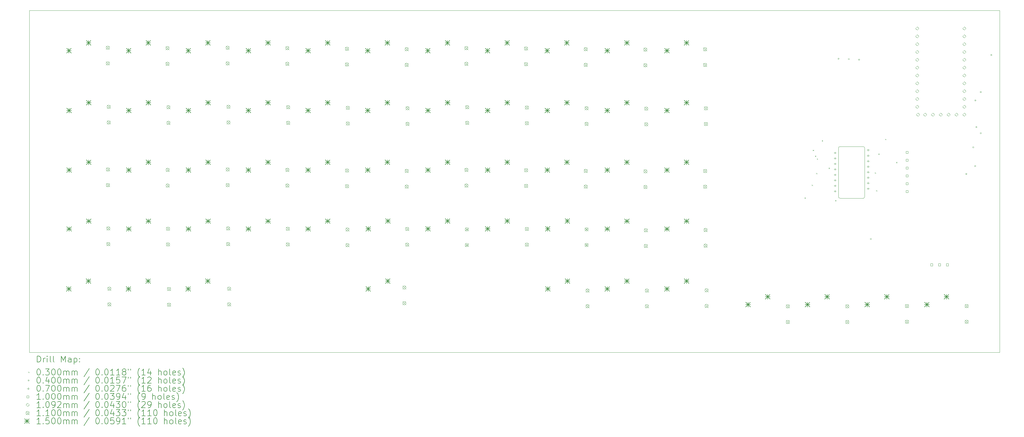
<source format=gbr>
%FSLAX45Y45*%
G04 Gerber Fmt 4.5, Leading zero omitted, Abs format (unit mm)*
G04 Created by KiCad (PCBNEW (6.0.1)) date 2022-09-15 15:26:33*
%MOMM*%
%LPD*%
G01*
G04 APERTURE LIST*
%TA.AperFunction,Profile*%
%ADD10C,0.100000*%
%TD*%
%ADD11C,0.200000*%
%ADD12C,0.030000*%
%ADD13C,0.040000*%
%ADD14C,0.070000*%
%ADD15C,0.100000*%
%ADD16C,0.109220*%
%ADD17C,0.110000*%
%ADD18C,0.150000*%
G04 APERTURE END LIST*
D10*
X32317768Y-13822223D02*
X33067768Y-13822223D01*
X32267768Y-13772223D02*
X32267768Y-12197223D01*
X32317768Y-12147223D02*
X33067768Y-12147223D01*
X32267768Y-13772223D02*
G75*
G03*
X32317768Y-13822223I50000J0D01*
G01*
X6099568Y-7738563D02*
X37478728Y-7738563D01*
X37478728Y-7738563D02*
X37478728Y-18818043D01*
X37478728Y-18818043D02*
X6099568Y-18818043D01*
X6099568Y-18818043D02*
X6099568Y-7738563D01*
X33117768Y-12197223D02*
X33117768Y-13772223D01*
X33117768Y-12197223D02*
G75*
G03*
X33067768Y-12147223I-50000J0D01*
G01*
X33067768Y-13822223D02*
G75*
G03*
X33117768Y-13772223I0J50000D01*
G01*
X32317768Y-12147223D02*
G75*
G03*
X32267768Y-12197223I0J-50000D01*
G01*
D11*
D12*
X31171568Y-13798423D02*
X31201568Y-13828423D01*
X31201568Y-13798423D02*
X31171568Y-13828423D01*
X31404968Y-13384223D02*
X31434968Y-13414223D01*
X31434968Y-13384223D02*
X31404968Y-13414223D01*
X31441568Y-12253423D02*
X31471568Y-12283423D01*
X31471568Y-12253423D02*
X31441568Y-12283423D01*
X31511568Y-12443423D02*
X31541568Y-12473423D01*
X31541568Y-12443423D02*
X31511568Y-12473423D01*
X31551568Y-13003423D02*
X31581568Y-13033423D01*
X31581568Y-13003423D02*
X31551568Y-13033423D01*
X31571568Y-12533423D02*
X31601568Y-12563423D01*
X31601568Y-12533423D02*
X31571568Y-12563423D01*
X31731568Y-11943423D02*
X31761568Y-11973423D01*
X31761568Y-11943423D02*
X31731568Y-11973423D01*
X31951568Y-12833423D02*
X31981568Y-12863423D01*
X31981568Y-12833423D02*
X31951568Y-12863423D01*
X32162845Y-13884700D02*
X32192845Y-13914700D01*
X32192845Y-13884700D02*
X32162845Y-13914700D01*
X33446568Y-12988423D02*
X33476568Y-13018423D01*
X33476568Y-12988423D02*
X33446568Y-13018423D01*
X33487768Y-13562023D02*
X33517768Y-13592023D01*
X33517768Y-13562023D02*
X33487768Y-13592023D01*
X33561568Y-12378423D02*
X33591568Y-12408423D01*
X33591568Y-12378423D02*
X33561568Y-12408423D01*
X33781568Y-11898423D02*
X33811568Y-11928423D01*
X33811568Y-11898423D02*
X33781568Y-11928423D01*
X34136467Y-12647623D02*
X34166467Y-12677623D01*
X34166467Y-12647623D02*
X34136467Y-12677623D01*
D13*
X32289188Y-9300663D02*
G75*
G03*
X32289188Y-9300663I-20000J0D01*
G01*
X32624468Y-9310823D02*
G75*
G03*
X32624468Y-9310823I-20000J0D01*
G01*
X32954668Y-9331143D02*
G75*
G03*
X32954668Y-9331143I-20000J0D01*
G01*
X33335668Y-15142663D02*
G75*
G03*
X33335668Y-15142663I-20000J0D01*
G01*
X36424308Y-13034463D02*
G75*
G03*
X36424308Y-13034463I-20000J0D01*
G01*
X36647828Y-12170863D02*
G75*
G03*
X36647828Y-12170863I-20000J0D01*
G01*
X36708788Y-12780463D02*
G75*
G03*
X36708788Y-12780463I-20000J0D01*
G01*
X36718948Y-10651943D02*
G75*
G03*
X36718948Y-10651943I-20000J0D01*
G01*
X36749428Y-11515543D02*
G75*
G03*
X36749428Y-11515543I-20000J0D01*
G01*
X36891668Y-10382703D02*
G75*
G03*
X36891668Y-10382703I-20000J0D01*
G01*
X36891668Y-11713663D02*
G75*
G03*
X36891668Y-11713663I-20000J0D01*
G01*
X37232028Y-9178743D02*
G75*
G03*
X37232028Y-9178743I-20000J0D01*
G01*
D14*
X32157668Y-12314223D02*
X32157668Y-12384223D01*
X32122668Y-12349223D02*
X32192668Y-12349223D01*
X32157668Y-12492223D02*
X32157668Y-12562223D01*
X32122668Y-12527223D02*
X32192668Y-12527223D01*
X32157668Y-12670223D02*
X32157668Y-12740223D01*
X32122668Y-12705223D02*
X32192668Y-12705223D01*
X32157668Y-12848223D02*
X32157668Y-12918223D01*
X32122668Y-12883223D02*
X32192668Y-12883223D01*
X32157668Y-13026223D02*
X32157668Y-13096223D01*
X32122668Y-13061223D02*
X32192668Y-13061223D01*
X32157668Y-13204223D02*
X32157668Y-13274223D01*
X32122668Y-13239223D02*
X32192668Y-13239223D01*
X32157668Y-13382223D02*
X32157668Y-13452223D01*
X32122668Y-13417223D02*
X32192668Y-13417223D01*
X32157668Y-13560223D02*
X32157668Y-13630223D01*
X32122668Y-13595223D02*
X32192668Y-13595223D01*
X33227668Y-12225223D02*
X33227668Y-12295223D01*
X33192668Y-12260223D02*
X33262668Y-12260223D01*
X33227668Y-12403223D02*
X33227668Y-12473223D01*
X33192668Y-12438223D02*
X33262668Y-12438223D01*
X33227668Y-12581223D02*
X33227668Y-12651223D01*
X33192668Y-12616223D02*
X33262668Y-12616223D01*
X33227668Y-12759223D02*
X33227668Y-12829223D01*
X33192668Y-12794223D02*
X33262668Y-12794223D01*
X33227668Y-12937223D02*
X33227668Y-13007223D01*
X33192668Y-12972223D02*
X33262668Y-12972223D01*
X33227668Y-13115223D02*
X33227668Y-13185223D01*
X33192668Y-13150223D02*
X33262668Y-13150223D01*
X33227668Y-13293223D02*
X33227668Y-13363223D01*
X33192668Y-13328223D02*
X33262668Y-13328223D01*
X33227668Y-13471223D02*
X33227668Y-13541223D01*
X33192668Y-13506223D02*
X33262668Y-13506223D01*
D15*
X34519424Y-12368779D02*
X34519424Y-12298068D01*
X34448713Y-12298068D01*
X34448713Y-12368779D01*
X34519424Y-12368779D01*
X34519424Y-12622779D02*
X34519424Y-12552068D01*
X34448713Y-12552068D01*
X34448713Y-12622779D01*
X34519424Y-12622779D01*
X34519424Y-12876779D02*
X34519424Y-12806068D01*
X34448713Y-12806068D01*
X34448713Y-12876779D01*
X34519424Y-12876779D01*
X34519424Y-13130779D02*
X34519424Y-13060068D01*
X34448713Y-13060068D01*
X34448713Y-13130779D01*
X34519424Y-13130779D01*
X34519424Y-13384779D02*
X34519424Y-13314068D01*
X34448713Y-13314068D01*
X34448713Y-13384779D01*
X34519424Y-13384779D01*
X34519424Y-13638779D02*
X34519424Y-13568068D01*
X34448713Y-13568068D01*
X34448713Y-13638779D01*
X34519424Y-13638779D01*
X35316984Y-16011139D02*
X35316984Y-15940428D01*
X35246273Y-15940428D01*
X35246273Y-16011139D01*
X35316984Y-16011139D01*
X35570984Y-16011139D02*
X35570984Y-15940428D01*
X35500273Y-15940428D01*
X35500273Y-16011139D01*
X35570984Y-16011139D01*
X35824984Y-16011139D02*
X35824984Y-15940428D01*
X35754273Y-15940428D01*
X35754273Y-16011139D01*
X35824984Y-16011139D01*
D16*
X34814268Y-8369753D02*
X34868878Y-8315143D01*
X34814268Y-8260533D01*
X34759658Y-8315143D01*
X34814268Y-8369753D01*
X34814268Y-8623753D02*
X34868878Y-8569143D01*
X34814268Y-8514533D01*
X34759658Y-8569143D01*
X34814268Y-8623753D01*
X34814268Y-8877753D02*
X34868878Y-8823143D01*
X34814268Y-8768533D01*
X34759658Y-8823143D01*
X34814268Y-8877753D01*
X34814268Y-9131753D02*
X34868878Y-9077143D01*
X34814268Y-9022533D01*
X34759658Y-9077143D01*
X34814268Y-9131753D01*
X34814268Y-9385753D02*
X34868878Y-9331143D01*
X34814268Y-9276533D01*
X34759658Y-9331143D01*
X34814268Y-9385753D01*
X34814268Y-9639753D02*
X34868878Y-9585143D01*
X34814268Y-9530533D01*
X34759658Y-9585143D01*
X34814268Y-9639753D01*
X34814268Y-9893753D02*
X34868878Y-9839143D01*
X34814268Y-9784533D01*
X34759658Y-9839143D01*
X34814268Y-9893753D01*
X34814268Y-10147753D02*
X34868878Y-10093143D01*
X34814268Y-10038533D01*
X34759658Y-10093143D01*
X34814268Y-10147753D01*
X34814268Y-10401753D02*
X34868878Y-10347143D01*
X34814268Y-10292533D01*
X34759658Y-10347143D01*
X34814268Y-10401753D01*
X34814268Y-10655753D02*
X34868878Y-10601143D01*
X34814268Y-10546533D01*
X34759658Y-10601143D01*
X34814268Y-10655753D01*
X34814268Y-10909753D02*
X34868878Y-10855143D01*
X34814268Y-10800533D01*
X34759658Y-10855143D01*
X34814268Y-10909753D01*
X34837128Y-11163753D02*
X34891738Y-11109143D01*
X34837128Y-11054533D01*
X34782518Y-11109143D01*
X34837128Y-11163753D01*
X35068268Y-11163753D02*
X35122878Y-11109143D01*
X35068268Y-11054533D01*
X35013658Y-11109143D01*
X35068268Y-11163753D01*
X35322268Y-11163753D02*
X35376878Y-11109143D01*
X35322268Y-11054533D01*
X35267658Y-11109143D01*
X35322268Y-11163753D01*
X35576268Y-11163753D02*
X35630878Y-11109143D01*
X35576268Y-11054533D01*
X35521658Y-11109143D01*
X35576268Y-11163753D01*
X35830268Y-11163753D02*
X35884878Y-11109143D01*
X35830268Y-11054533D01*
X35775658Y-11109143D01*
X35830268Y-11163753D01*
X36084268Y-11163753D02*
X36138878Y-11109143D01*
X36084268Y-11054533D01*
X36029658Y-11109143D01*
X36084268Y-11163753D01*
X36338268Y-8369753D02*
X36392878Y-8315143D01*
X36338268Y-8260533D01*
X36283658Y-8315143D01*
X36338268Y-8369753D01*
X36338268Y-8623753D02*
X36392878Y-8569143D01*
X36338268Y-8514533D01*
X36283658Y-8569143D01*
X36338268Y-8623753D01*
X36338268Y-8877753D02*
X36392878Y-8823143D01*
X36338268Y-8768533D01*
X36283658Y-8823143D01*
X36338268Y-8877753D01*
X36338268Y-9131753D02*
X36392878Y-9077143D01*
X36338268Y-9022533D01*
X36283658Y-9077143D01*
X36338268Y-9131753D01*
X36338268Y-9385753D02*
X36392878Y-9331143D01*
X36338268Y-9276533D01*
X36283658Y-9331143D01*
X36338268Y-9385753D01*
X36338268Y-9639753D02*
X36392878Y-9585143D01*
X36338268Y-9530533D01*
X36283658Y-9585143D01*
X36338268Y-9639753D01*
X36338268Y-9893753D02*
X36392878Y-9839143D01*
X36338268Y-9784533D01*
X36283658Y-9839143D01*
X36338268Y-9893753D01*
X36338268Y-10147753D02*
X36392878Y-10093143D01*
X36338268Y-10038533D01*
X36283658Y-10093143D01*
X36338268Y-10147753D01*
X36338268Y-10401753D02*
X36392878Y-10347143D01*
X36338268Y-10292533D01*
X36283658Y-10347143D01*
X36338268Y-10401753D01*
X36338268Y-10655753D02*
X36392878Y-10601143D01*
X36338268Y-10546533D01*
X36283658Y-10601143D01*
X36338268Y-10655753D01*
X36338268Y-10909753D02*
X36392878Y-10855143D01*
X36338268Y-10800533D01*
X36283658Y-10855143D01*
X36338268Y-10909753D01*
X36338268Y-11163753D02*
X36392878Y-11109143D01*
X36338268Y-11054533D01*
X36283658Y-11109143D01*
X36338268Y-11163753D01*
D17*
X8581542Y-8887350D02*
X8691542Y-8997350D01*
X8691542Y-8887350D02*
X8581542Y-8997350D01*
X8691542Y-8942350D02*
G75*
G03*
X8691542Y-8942350I-55000J0D01*
G01*
X8581542Y-9395350D02*
X8691542Y-9505350D01*
X8691542Y-9395350D02*
X8581542Y-9505350D01*
X8691542Y-9450350D02*
G75*
G03*
X8691542Y-9450350I-55000J0D01*
G01*
X8584568Y-12834300D02*
X8694568Y-12944300D01*
X8694568Y-12834300D02*
X8584568Y-12944300D01*
X8694568Y-12889300D02*
G75*
G03*
X8694568Y-12889300I-55000J0D01*
G01*
X8584568Y-13342300D02*
X8694568Y-13452300D01*
X8694568Y-13342300D02*
X8584568Y-13452300D01*
X8694568Y-13397300D02*
G75*
G03*
X8694568Y-13397300I-55000J0D01*
G01*
X8597268Y-14744380D02*
X8707268Y-14854380D01*
X8707268Y-14744380D02*
X8597268Y-14854380D01*
X8707268Y-14799380D02*
G75*
G03*
X8707268Y-14799380I-55000J0D01*
G01*
X8597268Y-15252380D02*
X8707268Y-15362380D01*
X8707268Y-15252380D02*
X8597268Y-15362380D01*
X8707268Y-15307380D02*
G75*
G03*
X8707268Y-15307380I-55000J0D01*
G01*
X8609968Y-10802300D02*
X8719968Y-10912300D01*
X8719968Y-10802300D02*
X8609968Y-10912300D01*
X8719968Y-10857300D02*
G75*
G03*
X8719968Y-10857300I-55000J0D01*
G01*
X8609968Y-11310300D02*
X8719968Y-11420300D01*
X8719968Y-11310300D02*
X8609968Y-11420300D01*
X8719968Y-11365300D02*
G75*
G03*
X8719968Y-11365300I-55000J0D01*
G01*
X8630288Y-16697640D02*
X8740288Y-16807640D01*
X8740288Y-16697640D02*
X8630288Y-16807640D01*
X8740288Y-16752640D02*
G75*
G03*
X8740288Y-16752640I-55000J0D01*
G01*
X8630288Y-17205640D02*
X8740288Y-17315640D01*
X8740288Y-17205640D02*
X8630288Y-17315640D01*
X8740288Y-17260640D02*
G75*
G03*
X8740288Y-17260640I-55000J0D01*
G01*
X10511942Y-8900050D02*
X10621942Y-9010050D01*
X10621942Y-8900050D02*
X10511942Y-9010050D01*
X10621942Y-8955050D02*
G75*
G03*
X10621942Y-8955050I-55000J0D01*
G01*
X10511942Y-9408050D02*
X10621942Y-9518050D01*
X10621942Y-9408050D02*
X10511942Y-9518050D01*
X10621942Y-9463050D02*
G75*
G03*
X10621942Y-9463050I-55000J0D01*
G01*
X10514968Y-12847000D02*
X10624968Y-12957000D01*
X10624968Y-12847000D02*
X10514968Y-12957000D01*
X10624968Y-12902000D02*
G75*
G03*
X10624968Y-12902000I-55000J0D01*
G01*
X10514968Y-13355000D02*
X10624968Y-13465000D01*
X10624968Y-13355000D02*
X10514968Y-13465000D01*
X10624968Y-13410000D02*
G75*
G03*
X10624968Y-13410000I-55000J0D01*
G01*
X10527668Y-14757080D02*
X10637668Y-14867080D01*
X10637668Y-14757080D02*
X10527668Y-14867080D01*
X10637668Y-14812080D02*
G75*
G03*
X10637668Y-14812080I-55000J0D01*
G01*
X10527668Y-15265080D02*
X10637668Y-15375080D01*
X10637668Y-15265080D02*
X10527668Y-15375080D01*
X10637668Y-15320080D02*
G75*
G03*
X10637668Y-15320080I-55000J0D01*
G01*
X10540368Y-10815000D02*
X10650368Y-10925000D01*
X10650368Y-10815000D02*
X10540368Y-10925000D01*
X10650368Y-10870000D02*
G75*
G03*
X10650368Y-10870000I-55000J0D01*
G01*
X10540368Y-11323000D02*
X10650368Y-11433000D01*
X10650368Y-11323000D02*
X10540368Y-11433000D01*
X10650368Y-11378000D02*
G75*
G03*
X10650368Y-11378000I-55000J0D01*
G01*
X10560688Y-16710340D02*
X10670688Y-16820340D01*
X10670688Y-16710340D02*
X10560688Y-16820340D01*
X10670688Y-16765340D02*
G75*
G03*
X10670688Y-16765340I-55000J0D01*
G01*
X10560688Y-17218340D02*
X10670688Y-17328340D01*
X10670688Y-17218340D02*
X10560688Y-17328340D01*
X10670688Y-17273340D02*
G75*
G03*
X10670688Y-17273340I-55000J0D01*
G01*
X12455042Y-8887350D02*
X12565042Y-8997350D01*
X12565042Y-8887350D02*
X12455042Y-8997350D01*
X12565042Y-8942350D02*
G75*
G03*
X12565042Y-8942350I-55000J0D01*
G01*
X12455042Y-9395350D02*
X12565042Y-9505350D01*
X12565042Y-9395350D02*
X12455042Y-9505350D01*
X12565042Y-9450350D02*
G75*
G03*
X12565042Y-9450350I-55000J0D01*
G01*
X12458068Y-12834300D02*
X12568068Y-12944300D01*
X12568068Y-12834300D02*
X12458068Y-12944300D01*
X12568068Y-12889300D02*
G75*
G03*
X12568068Y-12889300I-55000J0D01*
G01*
X12458068Y-13342300D02*
X12568068Y-13452300D01*
X12568068Y-13342300D02*
X12458068Y-13452300D01*
X12568068Y-13397300D02*
G75*
G03*
X12568068Y-13397300I-55000J0D01*
G01*
X12470768Y-14744380D02*
X12580768Y-14854380D01*
X12580768Y-14744380D02*
X12470768Y-14854380D01*
X12580768Y-14799380D02*
G75*
G03*
X12580768Y-14799380I-55000J0D01*
G01*
X12470768Y-15252380D02*
X12580768Y-15362380D01*
X12580768Y-15252380D02*
X12470768Y-15362380D01*
X12580768Y-15307380D02*
G75*
G03*
X12580768Y-15307380I-55000J0D01*
G01*
X12483468Y-10802300D02*
X12593468Y-10912300D01*
X12593468Y-10802300D02*
X12483468Y-10912300D01*
X12593468Y-10857300D02*
G75*
G03*
X12593468Y-10857300I-55000J0D01*
G01*
X12483468Y-11310300D02*
X12593468Y-11420300D01*
X12593468Y-11310300D02*
X12483468Y-11420300D01*
X12593468Y-11365300D02*
G75*
G03*
X12593468Y-11365300I-55000J0D01*
G01*
X12503788Y-16697640D02*
X12613788Y-16807640D01*
X12613788Y-16697640D02*
X12503788Y-16807640D01*
X12613788Y-16752640D02*
G75*
G03*
X12613788Y-16752640I-55000J0D01*
G01*
X12503788Y-17205640D02*
X12613788Y-17315640D01*
X12613788Y-17205640D02*
X12503788Y-17315640D01*
X12613788Y-17260640D02*
G75*
G03*
X12613788Y-17260640I-55000J0D01*
G01*
X14385442Y-8900050D02*
X14495442Y-9010050D01*
X14495442Y-8900050D02*
X14385442Y-9010050D01*
X14495442Y-8955050D02*
G75*
G03*
X14495442Y-8955050I-55000J0D01*
G01*
X14385442Y-9408050D02*
X14495442Y-9518050D01*
X14495442Y-9408050D02*
X14385442Y-9518050D01*
X14495442Y-9463050D02*
G75*
G03*
X14495442Y-9463050I-55000J0D01*
G01*
X14388468Y-12847000D02*
X14498468Y-12957000D01*
X14498468Y-12847000D02*
X14388468Y-12957000D01*
X14498468Y-12902000D02*
G75*
G03*
X14498468Y-12902000I-55000J0D01*
G01*
X14388468Y-13355000D02*
X14498468Y-13465000D01*
X14498468Y-13355000D02*
X14388468Y-13465000D01*
X14498468Y-13410000D02*
G75*
G03*
X14498468Y-13410000I-55000J0D01*
G01*
X14401168Y-14757080D02*
X14511168Y-14867080D01*
X14511168Y-14757080D02*
X14401168Y-14867080D01*
X14511168Y-14812080D02*
G75*
G03*
X14511168Y-14812080I-55000J0D01*
G01*
X14401168Y-15265080D02*
X14511168Y-15375080D01*
X14511168Y-15265080D02*
X14401168Y-15375080D01*
X14511168Y-15320080D02*
G75*
G03*
X14511168Y-15320080I-55000J0D01*
G01*
X14413868Y-10815000D02*
X14523868Y-10925000D01*
X14523868Y-10815000D02*
X14413868Y-10925000D01*
X14523868Y-10870000D02*
G75*
G03*
X14523868Y-10870000I-55000J0D01*
G01*
X14413868Y-11323000D02*
X14523868Y-11433000D01*
X14523868Y-11323000D02*
X14413868Y-11433000D01*
X14523868Y-11378000D02*
G75*
G03*
X14523868Y-11378000I-55000J0D01*
G01*
X16315842Y-8921832D02*
X16425842Y-9031832D01*
X16425842Y-8921832D02*
X16315842Y-9031832D01*
X16425842Y-8976832D02*
G75*
G03*
X16425842Y-8976832I-55000J0D01*
G01*
X16315842Y-9429832D02*
X16425842Y-9539832D01*
X16425842Y-9429832D02*
X16315842Y-9539832D01*
X16425842Y-9484832D02*
G75*
G03*
X16425842Y-9484832I-55000J0D01*
G01*
X16318868Y-12868782D02*
X16428868Y-12978782D01*
X16428868Y-12868782D02*
X16318868Y-12978782D01*
X16428868Y-12923782D02*
G75*
G03*
X16428868Y-12923782I-55000J0D01*
G01*
X16318868Y-13376782D02*
X16428868Y-13486782D01*
X16428868Y-13376782D02*
X16318868Y-13486782D01*
X16428868Y-13431782D02*
G75*
G03*
X16428868Y-13431782I-55000J0D01*
G01*
X16331568Y-14778862D02*
X16441568Y-14888862D01*
X16441568Y-14778862D02*
X16331568Y-14888862D01*
X16441568Y-14833862D02*
G75*
G03*
X16441568Y-14833862I-55000J0D01*
G01*
X16331568Y-15286862D02*
X16441568Y-15396862D01*
X16441568Y-15286862D02*
X16331568Y-15396862D01*
X16441568Y-15341862D02*
G75*
G03*
X16441568Y-15341862I-55000J0D01*
G01*
X16344268Y-10836782D02*
X16454268Y-10946782D01*
X16454268Y-10836782D02*
X16344268Y-10946782D01*
X16454268Y-10891782D02*
G75*
G03*
X16454268Y-10891782I-55000J0D01*
G01*
X16344268Y-11344782D02*
X16454268Y-11454782D01*
X16454268Y-11344782D02*
X16344268Y-11454782D01*
X16454268Y-11399782D02*
G75*
G03*
X16454268Y-11399782I-55000J0D01*
G01*
X18173068Y-16661002D02*
X18283068Y-16771002D01*
X18283068Y-16661002D02*
X18173068Y-16771002D01*
X18283068Y-16716002D02*
G75*
G03*
X18283068Y-16716002I-55000J0D01*
G01*
X18173068Y-17169002D02*
X18283068Y-17279002D01*
X18283068Y-17169002D02*
X18173068Y-17279002D01*
X18283068Y-17224002D02*
G75*
G03*
X18283068Y-17224002I-55000J0D01*
G01*
X18246242Y-8934532D02*
X18356242Y-9044532D01*
X18356242Y-8934532D02*
X18246242Y-9044532D01*
X18356242Y-8989532D02*
G75*
G03*
X18356242Y-8989532I-55000J0D01*
G01*
X18246242Y-9442532D02*
X18356242Y-9552532D01*
X18356242Y-9442532D02*
X18246242Y-9552532D01*
X18356242Y-9497532D02*
G75*
G03*
X18356242Y-9497532I-55000J0D01*
G01*
X18249268Y-12881482D02*
X18359268Y-12991482D01*
X18359268Y-12881482D02*
X18249268Y-12991482D01*
X18359268Y-12936482D02*
G75*
G03*
X18359268Y-12936482I-55000J0D01*
G01*
X18249268Y-13389482D02*
X18359268Y-13499482D01*
X18359268Y-13389482D02*
X18249268Y-13499482D01*
X18359268Y-13444482D02*
G75*
G03*
X18359268Y-13444482I-55000J0D01*
G01*
X18262455Y-14762333D02*
X18372455Y-14872333D01*
X18372455Y-14762333D02*
X18262455Y-14872333D01*
X18372455Y-14817333D02*
G75*
G03*
X18372455Y-14817333I-55000J0D01*
G01*
X18262455Y-15270333D02*
X18372455Y-15380333D01*
X18372455Y-15270333D02*
X18262455Y-15380333D01*
X18372455Y-15325333D02*
G75*
G03*
X18372455Y-15325333I-55000J0D01*
G01*
X18274668Y-10849482D02*
X18384668Y-10959482D01*
X18384668Y-10849482D02*
X18274668Y-10959482D01*
X18384668Y-10904482D02*
G75*
G03*
X18384668Y-10904482I-55000J0D01*
G01*
X18274668Y-11357482D02*
X18384668Y-11467482D01*
X18384668Y-11357482D02*
X18274668Y-11467482D01*
X18384668Y-11412482D02*
G75*
G03*
X18384668Y-11412482I-55000J0D01*
G01*
X20176642Y-8900050D02*
X20286642Y-9010050D01*
X20286642Y-8900050D02*
X20176642Y-9010050D01*
X20286642Y-8955050D02*
G75*
G03*
X20286642Y-8955050I-55000J0D01*
G01*
X20176642Y-9408050D02*
X20286642Y-9518050D01*
X20286642Y-9408050D02*
X20176642Y-9518050D01*
X20286642Y-9463050D02*
G75*
G03*
X20286642Y-9463050I-55000J0D01*
G01*
X20179668Y-12847000D02*
X20289668Y-12957000D01*
X20289668Y-12847000D02*
X20179668Y-12957000D01*
X20289668Y-12902000D02*
G75*
G03*
X20289668Y-12902000I-55000J0D01*
G01*
X20179668Y-13355000D02*
X20289668Y-13465000D01*
X20289668Y-13355000D02*
X20179668Y-13465000D01*
X20289668Y-13410000D02*
G75*
G03*
X20289668Y-13410000I-55000J0D01*
G01*
X20192855Y-14775033D02*
X20302855Y-14885033D01*
X20302855Y-14775033D02*
X20192855Y-14885033D01*
X20302855Y-14830033D02*
G75*
G03*
X20302855Y-14830033I-55000J0D01*
G01*
X20192855Y-15283033D02*
X20302855Y-15393033D01*
X20302855Y-15283033D02*
X20192855Y-15393033D01*
X20302855Y-15338033D02*
G75*
G03*
X20302855Y-15338033I-55000J0D01*
G01*
X20205068Y-10815000D02*
X20315068Y-10925000D01*
X20315068Y-10815000D02*
X20205068Y-10925000D01*
X20315068Y-10870000D02*
G75*
G03*
X20315068Y-10870000I-55000J0D01*
G01*
X20205068Y-11323000D02*
X20315068Y-11433000D01*
X20315068Y-11323000D02*
X20205068Y-11433000D01*
X20315068Y-11378000D02*
G75*
G03*
X20315068Y-11378000I-55000J0D01*
G01*
X22107042Y-8912750D02*
X22217042Y-9022750D01*
X22217042Y-8912750D02*
X22107042Y-9022750D01*
X22217042Y-8967750D02*
G75*
G03*
X22217042Y-8967750I-55000J0D01*
G01*
X22107042Y-9420750D02*
X22217042Y-9530750D01*
X22217042Y-9420750D02*
X22107042Y-9530750D01*
X22217042Y-9475750D02*
G75*
G03*
X22217042Y-9475750I-55000J0D01*
G01*
X22110068Y-12859700D02*
X22220068Y-12969700D01*
X22220068Y-12859700D02*
X22110068Y-12969700D01*
X22220068Y-12914700D02*
G75*
G03*
X22220068Y-12914700I-55000J0D01*
G01*
X22110068Y-13367700D02*
X22220068Y-13477700D01*
X22220068Y-13367700D02*
X22110068Y-13477700D01*
X22220068Y-13422700D02*
G75*
G03*
X22220068Y-13422700I-55000J0D01*
G01*
X22135468Y-10827700D02*
X22245468Y-10937700D01*
X22245468Y-10827700D02*
X22135468Y-10937700D01*
X22245468Y-10882700D02*
G75*
G03*
X22245468Y-10882700I-55000J0D01*
G01*
X22135468Y-11335700D02*
X22245468Y-11445700D01*
X22245468Y-11335700D02*
X22135468Y-11445700D01*
X22245468Y-11390700D02*
G75*
G03*
X22245468Y-11390700I-55000J0D01*
G01*
X22135955Y-14762333D02*
X22245955Y-14872333D01*
X22245955Y-14762333D02*
X22135955Y-14872333D01*
X22245955Y-14817333D02*
G75*
G03*
X22245955Y-14817333I-55000J0D01*
G01*
X22135955Y-15270333D02*
X22245955Y-15380333D01*
X22245955Y-15270333D02*
X22135955Y-15380333D01*
X22245955Y-15325333D02*
G75*
G03*
X22245955Y-15325333I-55000J0D01*
G01*
X24037442Y-8934532D02*
X24147442Y-9044532D01*
X24147442Y-8934532D02*
X24037442Y-9044532D01*
X24147442Y-8989532D02*
G75*
G03*
X24147442Y-8989532I-55000J0D01*
G01*
X24037442Y-9442532D02*
X24147442Y-9552532D01*
X24147442Y-9442532D02*
X24037442Y-9552532D01*
X24147442Y-9497532D02*
G75*
G03*
X24147442Y-9497532I-55000J0D01*
G01*
X24040468Y-12881482D02*
X24150468Y-12991482D01*
X24150468Y-12881482D02*
X24040468Y-12991482D01*
X24150468Y-12936482D02*
G75*
G03*
X24150468Y-12936482I-55000J0D01*
G01*
X24040468Y-13389482D02*
X24150468Y-13499482D01*
X24150468Y-13389482D02*
X24040468Y-13499482D01*
X24150468Y-13444482D02*
G75*
G03*
X24150468Y-13444482I-55000J0D01*
G01*
X24065868Y-10849482D02*
X24175868Y-10959482D01*
X24175868Y-10849482D02*
X24065868Y-10959482D01*
X24175868Y-10904482D02*
G75*
G03*
X24175868Y-10904482I-55000J0D01*
G01*
X24065868Y-11357482D02*
X24175868Y-11467482D01*
X24175868Y-11357482D02*
X24065868Y-11467482D01*
X24175868Y-11412482D02*
G75*
G03*
X24175868Y-11412482I-55000J0D01*
G01*
X24066355Y-14775033D02*
X24176355Y-14885033D01*
X24176355Y-14775033D02*
X24066355Y-14885033D01*
X24176355Y-14830033D02*
G75*
G03*
X24176355Y-14830033I-55000J0D01*
G01*
X24066355Y-15283033D02*
X24176355Y-15393033D01*
X24176355Y-15283033D02*
X24066355Y-15393033D01*
X24176355Y-15338033D02*
G75*
G03*
X24176355Y-15338033I-55000J0D01*
G01*
X24096348Y-16757522D02*
X24206348Y-16867522D01*
X24206348Y-16757522D02*
X24096348Y-16867522D01*
X24206348Y-16812522D02*
G75*
G03*
X24206348Y-16812522I-55000J0D01*
G01*
X24096348Y-17265522D02*
X24206348Y-17375522D01*
X24206348Y-17265522D02*
X24096348Y-17375522D01*
X24206348Y-17320522D02*
G75*
G03*
X24206348Y-17320522I-55000J0D01*
G01*
X25967842Y-8947232D02*
X26077842Y-9057232D01*
X26077842Y-8947232D02*
X25967842Y-9057232D01*
X26077842Y-9002232D02*
G75*
G03*
X26077842Y-9002232I-55000J0D01*
G01*
X25967842Y-9455232D02*
X26077842Y-9565232D01*
X26077842Y-9455232D02*
X25967842Y-9565232D01*
X26077842Y-9510232D02*
G75*
G03*
X26077842Y-9510232I-55000J0D01*
G01*
X25970868Y-12894182D02*
X26080868Y-13004182D01*
X26080868Y-12894182D02*
X25970868Y-13004182D01*
X26080868Y-12949182D02*
G75*
G03*
X26080868Y-12949182I-55000J0D01*
G01*
X25970868Y-13402182D02*
X26080868Y-13512182D01*
X26080868Y-13402182D02*
X25970868Y-13512182D01*
X26080868Y-13457182D02*
G75*
G03*
X26080868Y-13457182I-55000J0D01*
G01*
X25983568Y-14804262D02*
X26093568Y-14914262D01*
X26093568Y-14804262D02*
X25983568Y-14914262D01*
X26093568Y-14859262D02*
G75*
G03*
X26093568Y-14859262I-55000J0D01*
G01*
X25983568Y-15312262D02*
X26093568Y-15422262D01*
X26093568Y-15312262D02*
X25983568Y-15422262D01*
X26093568Y-15367262D02*
G75*
G03*
X26093568Y-15367262I-55000J0D01*
G01*
X25996268Y-10862182D02*
X26106268Y-10972182D01*
X26106268Y-10862182D02*
X25996268Y-10972182D01*
X26106268Y-10917182D02*
G75*
G03*
X26106268Y-10917182I-55000J0D01*
G01*
X25996268Y-11370182D02*
X26106268Y-11480182D01*
X26106268Y-11370182D02*
X25996268Y-11480182D01*
X26106268Y-11425182D02*
G75*
G03*
X26106268Y-11425182I-55000J0D01*
G01*
X26016588Y-16757522D02*
X26126588Y-16867522D01*
X26126588Y-16757522D02*
X26016588Y-16867522D01*
X26126588Y-16812522D02*
G75*
G03*
X26126588Y-16812522I-55000J0D01*
G01*
X26016588Y-17265522D02*
X26126588Y-17375522D01*
X26126588Y-17265522D02*
X26016588Y-17375522D01*
X26126588Y-17320522D02*
G75*
G03*
X26126588Y-17320522I-55000J0D01*
G01*
X27898242Y-8938150D02*
X28008242Y-9048150D01*
X28008242Y-8938150D02*
X27898242Y-9048150D01*
X28008242Y-8993150D02*
G75*
G03*
X28008242Y-8993150I-55000J0D01*
G01*
X27898242Y-9446150D02*
X28008242Y-9556150D01*
X28008242Y-9446150D02*
X27898242Y-9556150D01*
X28008242Y-9501150D02*
G75*
G03*
X28008242Y-9501150I-55000J0D01*
G01*
X27901268Y-12885100D02*
X28011268Y-12995100D01*
X28011268Y-12885100D02*
X27901268Y-12995100D01*
X28011268Y-12940100D02*
G75*
G03*
X28011268Y-12940100I-55000J0D01*
G01*
X27901268Y-13393100D02*
X28011268Y-13503100D01*
X28011268Y-13393100D02*
X27901268Y-13503100D01*
X28011268Y-13448100D02*
G75*
G03*
X28011268Y-13448100I-55000J0D01*
G01*
X27913968Y-14795180D02*
X28023968Y-14905180D01*
X28023968Y-14795180D02*
X27913968Y-14905180D01*
X28023968Y-14850180D02*
G75*
G03*
X28023968Y-14850180I-55000J0D01*
G01*
X27913968Y-15303180D02*
X28023968Y-15413180D01*
X28023968Y-15303180D02*
X27913968Y-15413180D01*
X28023968Y-15358180D02*
G75*
G03*
X28023968Y-15358180I-55000J0D01*
G01*
X27926668Y-10853100D02*
X28036668Y-10963100D01*
X28036668Y-10853100D02*
X27926668Y-10963100D01*
X28036668Y-10908100D02*
G75*
G03*
X28036668Y-10908100I-55000J0D01*
G01*
X27926668Y-11361100D02*
X28036668Y-11471100D01*
X28036668Y-11361100D02*
X27926668Y-11471100D01*
X28036668Y-11416100D02*
G75*
G03*
X28036668Y-11416100I-55000J0D01*
G01*
X27946988Y-16748440D02*
X28056988Y-16858440D01*
X28056988Y-16748440D02*
X27946988Y-16858440D01*
X28056988Y-16803440D02*
G75*
G03*
X28056988Y-16803440I-55000J0D01*
G01*
X27946988Y-17256440D02*
X28056988Y-17366440D01*
X28056988Y-17256440D02*
X27946988Y-17366440D01*
X28056988Y-17311440D02*
G75*
G03*
X28056988Y-17311440I-55000J0D01*
G01*
X30575888Y-17270602D02*
X30685888Y-17380602D01*
X30685888Y-17270602D02*
X30575888Y-17380602D01*
X30685888Y-17325602D02*
G75*
G03*
X30685888Y-17325602I-55000J0D01*
G01*
X30575888Y-17778602D02*
X30685888Y-17888602D01*
X30685888Y-17778602D02*
X30575888Y-17888602D01*
X30685888Y-17833602D02*
G75*
G03*
X30685888Y-17833602I-55000J0D01*
G01*
X32498668Y-17270602D02*
X32608668Y-17380602D01*
X32608668Y-17270602D02*
X32498668Y-17380602D01*
X32608668Y-17325602D02*
G75*
G03*
X32608668Y-17325602I-55000J0D01*
G01*
X32498668Y-17778602D02*
X32608668Y-17888602D01*
X32608668Y-17778602D02*
X32498668Y-17888602D01*
X32608668Y-17833602D02*
G75*
G03*
X32608668Y-17833602I-55000J0D01*
G01*
X34429068Y-17261520D02*
X34539068Y-17371520D01*
X34539068Y-17261520D02*
X34429068Y-17371520D01*
X34539068Y-17316520D02*
G75*
G03*
X34539068Y-17316520I-55000J0D01*
G01*
X34429068Y-17769520D02*
X34539068Y-17879520D01*
X34539068Y-17769520D02*
X34429068Y-17879520D01*
X34539068Y-17824520D02*
G75*
G03*
X34539068Y-17824520I-55000J0D01*
G01*
X36359468Y-17261520D02*
X36469468Y-17371520D01*
X36469468Y-17261520D02*
X36359468Y-17371520D01*
X36469468Y-17316520D02*
G75*
G03*
X36469468Y-17316520I-55000J0D01*
G01*
X36359468Y-17769520D02*
X36469468Y-17879520D01*
X36469468Y-17769520D02*
X36359468Y-17879520D01*
X36469468Y-17824520D02*
G75*
G03*
X36469468Y-17824520I-55000J0D01*
G01*
D18*
X7302188Y-16683103D02*
X7452188Y-16833103D01*
X7452188Y-16683103D02*
X7302188Y-16833103D01*
X7377188Y-16683103D02*
X7377188Y-16833103D01*
X7302188Y-16758103D02*
X7452188Y-16758103D01*
X7304242Y-8965332D02*
X7454242Y-9115332D01*
X7454242Y-8965332D02*
X7304242Y-9115332D01*
X7379242Y-8965332D02*
X7379242Y-9115332D01*
X7304242Y-9040332D02*
X7454242Y-9040332D01*
X7307268Y-10902063D02*
X7457268Y-11052063D01*
X7457268Y-10902063D02*
X7307268Y-11052063D01*
X7382268Y-10902063D02*
X7382268Y-11052063D01*
X7307268Y-10977063D02*
X7457268Y-10977063D01*
X7307268Y-12832463D02*
X7457268Y-12982463D01*
X7457268Y-12832463D02*
X7307268Y-12982463D01*
X7382268Y-12832463D02*
X7382268Y-12982463D01*
X7307268Y-12907463D02*
X7457268Y-12907463D01*
X7307268Y-14742543D02*
X7457268Y-14892543D01*
X7457268Y-14742543D02*
X7307268Y-14892543D01*
X7382268Y-14742543D02*
X7382268Y-14892543D01*
X7307268Y-14817543D02*
X7457268Y-14817543D01*
X7937188Y-16429103D02*
X8087188Y-16579103D01*
X8087188Y-16429103D02*
X7937188Y-16579103D01*
X8012188Y-16429103D02*
X8012188Y-16579103D01*
X7937188Y-16504103D02*
X8087188Y-16504103D01*
X7939242Y-8711332D02*
X8089242Y-8861332D01*
X8089242Y-8711332D02*
X7939242Y-8861332D01*
X8014242Y-8711332D02*
X8014242Y-8861332D01*
X7939242Y-8786332D02*
X8089242Y-8786332D01*
X7942268Y-10648063D02*
X8092268Y-10798063D01*
X8092268Y-10648063D02*
X7942268Y-10798063D01*
X8017268Y-10648063D02*
X8017268Y-10798063D01*
X7942268Y-10723063D02*
X8092268Y-10723063D01*
X7942268Y-12578463D02*
X8092268Y-12728463D01*
X8092268Y-12578463D02*
X7942268Y-12728463D01*
X8017268Y-12578463D02*
X8017268Y-12728463D01*
X7942268Y-12653463D02*
X8092268Y-12653463D01*
X7942268Y-14488543D02*
X8092268Y-14638543D01*
X8092268Y-14488543D02*
X7942268Y-14638543D01*
X8017268Y-14488543D02*
X8017268Y-14638543D01*
X7942268Y-14563543D02*
X8092268Y-14563543D01*
X9232588Y-16683103D02*
X9382588Y-16833103D01*
X9382588Y-16683103D02*
X9232588Y-16833103D01*
X9307588Y-16683103D02*
X9307588Y-16833103D01*
X9232588Y-16758103D02*
X9382588Y-16758103D01*
X9234642Y-8965332D02*
X9384642Y-9115332D01*
X9384642Y-8965332D02*
X9234642Y-9115332D01*
X9309642Y-8965332D02*
X9309642Y-9115332D01*
X9234642Y-9040332D02*
X9384642Y-9040332D01*
X9237668Y-10902063D02*
X9387668Y-11052063D01*
X9387668Y-10902063D02*
X9237668Y-11052063D01*
X9312668Y-10902063D02*
X9312668Y-11052063D01*
X9237668Y-10977063D02*
X9387668Y-10977063D01*
X9237668Y-12832463D02*
X9387668Y-12982463D01*
X9387668Y-12832463D02*
X9237668Y-12982463D01*
X9312668Y-12832463D02*
X9312668Y-12982463D01*
X9237668Y-12907463D02*
X9387668Y-12907463D01*
X9237668Y-14742543D02*
X9387668Y-14892543D01*
X9387668Y-14742543D02*
X9237668Y-14892543D01*
X9312668Y-14742543D02*
X9312668Y-14892543D01*
X9237668Y-14817543D02*
X9387668Y-14817543D01*
X9867588Y-16429103D02*
X10017588Y-16579103D01*
X10017588Y-16429103D02*
X9867588Y-16579103D01*
X9942588Y-16429103D02*
X9942588Y-16579103D01*
X9867588Y-16504103D02*
X10017588Y-16504103D01*
X9869642Y-8711332D02*
X10019642Y-8861332D01*
X10019642Y-8711332D02*
X9869642Y-8861332D01*
X9944642Y-8711332D02*
X9944642Y-8861332D01*
X9869642Y-8786332D02*
X10019642Y-8786332D01*
X9872668Y-10648063D02*
X10022668Y-10798063D01*
X10022668Y-10648063D02*
X9872668Y-10798063D01*
X9947668Y-10648063D02*
X9947668Y-10798063D01*
X9872668Y-10723063D02*
X10022668Y-10723063D01*
X9872668Y-12578463D02*
X10022668Y-12728463D01*
X10022668Y-12578463D02*
X9872668Y-12728463D01*
X9947668Y-12578463D02*
X9947668Y-12728463D01*
X9872668Y-12653463D02*
X10022668Y-12653463D01*
X9872668Y-14488543D02*
X10022668Y-14638543D01*
X10022668Y-14488543D02*
X9872668Y-14638543D01*
X9947668Y-14488543D02*
X9947668Y-14638543D01*
X9872668Y-14563543D02*
X10022668Y-14563543D01*
X11162988Y-16683103D02*
X11312988Y-16833103D01*
X11312988Y-16683103D02*
X11162988Y-16833103D01*
X11237988Y-16683103D02*
X11237988Y-16833103D01*
X11162988Y-16758103D02*
X11312988Y-16758103D01*
X11165042Y-8965332D02*
X11315042Y-9115332D01*
X11315042Y-8965332D02*
X11165042Y-9115332D01*
X11240042Y-8965332D02*
X11240042Y-9115332D01*
X11165042Y-9040332D02*
X11315042Y-9040332D01*
X11168068Y-10902063D02*
X11318068Y-11052063D01*
X11318068Y-10902063D02*
X11168068Y-11052063D01*
X11243068Y-10902063D02*
X11243068Y-11052063D01*
X11168068Y-10977063D02*
X11318068Y-10977063D01*
X11168068Y-12832463D02*
X11318068Y-12982463D01*
X11318068Y-12832463D02*
X11168068Y-12982463D01*
X11243068Y-12832463D02*
X11243068Y-12982463D01*
X11168068Y-12907463D02*
X11318068Y-12907463D01*
X11168068Y-14742543D02*
X11318068Y-14892543D01*
X11318068Y-14742543D02*
X11168068Y-14892543D01*
X11243068Y-14742543D02*
X11243068Y-14892543D01*
X11168068Y-14817543D02*
X11318068Y-14817543D01*
X11797988Y-16429103D02*
X11947988Y-16579103D01*
X11947988Y-16429103D02*
X11797988Y-16579103D01*
X11872988Y-16429103D02*
X11872988Y-16579103D01*
X11797988Y-16504103D02*
X11947988Y-16504103D01*
X11800042Y-8711332D02*
X11950042Y-8861332D01*
X11950042Y-8711332D02*
X11800042Y-8861332D01*
X11875042Y-8711332D02*
X11875042Y-8861332D01*
X11800042Y-8786332D02*
X11950042Y-8786332D01*
X11803068Y-10648063D02*
X11953068Y-10798063D01*
X11953068Y-10648063D02*
X11803068Y-10798063D01*
X11878068Y-10648063D02*
X11878068Y-10798063D01*
X11803068Y-10723063D02*
X11953068Y-10723063D01*
X11803068Y-12578463D02*
X11953068Y-12728463D01*
X11953068Y-12578463D02*
X11803068Y-12728463D01*
X11878068Y-12578463D02*
X11878068Y-12728463D01*
X11803068Y-12653463D02*
X11953068Y-12653463D01*
X11803068Y-14488543D02*
X11953068Y-14638543D01*
X11953068Y-14488543D02*
X11803068Y-14638543D01*
X11878068Y-14488543D02*
X11878068Y-14638543D01*
X11803068Y-14563543D02*
X11953068Y-14563543D01*
X13108142Y-8965332D02*
X13258142Y-9115332D01*
X13258142Y-8965332D02*
X13108142Y-9115332D01*
X13183142Y-8965332D02*
X13183142Y-9115332D01*
X13108142Y-9040332D02*
X13258142Y-9040332D01*
X13111168Y-10902063D02*
X13261168Y-11052063D01*
X13261168Y-10902063D02*
X13111168Y-11052063D01*
X13186168Y-10902063D02*
X13186168Y-11052063D01*
X13111168Y-10977063D02*
X13261168Y-10977063D01*
X13111168Y-12832463D02*
X13261168Y-12982463D01*
X13261168Y-12832463D02*
X13111168Y-12982463D01*
X13186168Y-12832463D02*
X13186168Y-12982463D01*
X13111168Y-12907463D02*
X13261168Y-12907463D01*
X13111168Y-14742543D02*
X13261168Y-14892543D01*
X13261168Y-14742543D02*
X13111168Y-14892543D01*
X13186168Y-14742543D02*
X13186168Y-14892543D01*
X13111168Y-14817543D02*
X13261168Y-14817543D01*
X13743142Y-8711332D02*
X13893142Y-8861332D01*
X13893142Y-8711332D02*
X13743142Y-8861332D01*
X13818142Y-8711332D02*
X13818142Y-8861332D01*
X13743142Y-8786332D02*
X13893142Y-8786332D01*
X13746168Y-10648063D02*
X13896168Y-10798063D01*
X13896168Y-10648063D02*
X13746168Y-10798063D01*
X13821168Y-10648063D02*
X13821168Y-10798063D01*
X13746168Y-10723063D02*
X13896168Y-10723063D01*
X13746168Y-12578463D02*
X13896168Y-12728463D01*
X13896168Y-12578463D02*
X13746168Y-12728463D01*
X13821168Y-12578463D02*
X13821168Y-12728463D01*
X13746168Y-12653463D02*
X13896168Y-12653463D01*
X13746168Y-14488543D02*
X13896168Y-14638543D01*
X13896168Y-14488543D02*
X13746168Y-14638543D01*
X13821168Y-14488543D02*
X13821168Y-14638543D01*
X13746168Y-14563543D02*
X13896168Y-14563543D01*
X15038542Y-8965332D02*
X15188542Y-9115332D01*
X15188542Y-8965332D02*
X15038542Y-9115332D01*
X15113542Y-8965332D02*
X15113542Y-9115332D01*
X15038542Y-9040332D02*
X15188542Y-9040332D01*
X15041568Y-10902063D02*
X15191568Y-11052063D01*
X15191568Y-10902063D02*
X15041568Y-11052063D01*
X15116568Y-10902063D02*
X15116568Y-11052063D01*
X15041568Y-10977063D02*
X15191568Y-10977063D01*
X15041568Y-12832463D02*
X15191568Y-12982463D01*
X15191568Y-12832463D02*
X15041568Y-12982463D01*
X15116568Y-12832463D02*
X15116568Y-12982463D01*
X15041568Y-12907463D02*
X15191568Y-12907463D01*
X15041568Y-14742543D02*
X15191568Y-14892543D01*
X15191568Y-14742543D02*
X15041568Y-14892543D01*
X15116568Y-14742543D02*
X15116568Y-14892543D01*
X15041568Y-14817543D02*
X15191568Y-14817543D01*
X15673542Y-8711332D02*
X15823542Y-8861332D01*
X15823542Y-8711332D02*
X15673542Y-8861332D01*
X15748542Y-8711332D02*
X15748542Y-8861332D01*
X15673542Y-8786332D02*
X15823542Y-8786332D01*
X15676568Y-10648063D02*
X15826568Y-10798063D01*
X15826568Y-10648063D02*
X15676568Y-10798063D01*
X15751568Y-10648063D02*
X15751568Y-10798063D01*
X15676568Y-10723063D02*
X15826568Y-10723063D01*
X15676568Y-12578463D02*
X15826568Y-12728463D01*
X15826568Y-12578463D02*
X15676568Y-12728463D01*
X15751568Y-12578463D02*
X15751568Y-12728463D01*
X15676568Y-12653463D02*
X15826568Y-12653463D01*
X15676568Y-14488543D02*
X15826568Y-14638543D01*
X15826568Y-14488543D02*
X15676568Y-14638543D01*
X15751568Y-14488543D02*
X15751568Y-14638543D01*
X15676568Y-14563543D02*
X15826568Y-14563543D01*
X16968942Y-8965332D02*
X17118942Y-9115332D01*
X17118942Y-8965332D02*
X16968942Y-9115332D01*
X17043942Y-8965332D02*
X17043942Y-9115332D01*
X16968942Y-9040332D02*
X17118942Y-9040332D01*
X16971968Y-10902063D02*
X17121968Y-11052063D01*
X17121968Y-10902063D02*
X16971968Y-11052063D01*
X17046968Y-10902063D02*
X17046968Y-11052063D01*
X16971968Y-10977063D02*
X17121968Y-10977063D01*
X16971968Y-12832463D02*
X17121968Y-12982463D01*
X17121968Y-12832463D02*
X16971968Y-12982463D01*
X17046968Y-12832463D02*
X17046968Y-12982463D01*
X16971968Y-12907463D02*
X17121968Y-12907463D01*
X16982128Y-16683103D02*
X17132128Y-16833103D01*
X17132128Y-16683103D02*
X16982128Y-16833103D01*
X17057128Y-16683103D02*
X17057128Y-16833103D01*
X16982128Y-16758103D02*
X17132128Y-16758103D01*
X16985155Y-14738715D02*
X17135155Y-14888715D01*
X17135155Y-14738715D02*
X16985155Y-14888715D01*
X17060155Y-14738715D02*
X17060155Y-14888715D01*
X16985155Y-14813715D02*
X17135155Y-14813715D01*
X17603942Y-8711332D02*
X17753942Y-8861332D01*
X17753942Y-8711332D02*
X17603942Y-8861332D01*
X17678942Y-8711332D02*
X17678942Y-8861332D01*
X17603942Y-8786332D02*
X17753942Y-8786332D01*
X17606968Y-10648063D02*
X17756968Y-10798063D01*
X17756968Y-10648063D02*
X17606968Y-10798063D01*
X17681968Y-10648063D02*
X17681968Y-10798063D01*
X17606968Y-10723063D02*
X17756968Y-10723063D01*
X17606968Y-12578463D02*
X17756968Y-12728463D01*
X17756968Y-12578463D02*
X17606968Y-12728463D01*
X17681968Y-12578463D02*
X17681968Y-12728463D01*
X17606968Y-12653463D02*
X17756968Y-12653463D01*
X17617128Y-16429103D02*
X17767128Y-16579103D01*
X17767128Y-16429103D02*
X17617128Y-16579103D01*
X17692128Y-16429103D02*
X17692128Y-16579103D01*
X17617128Y-16504103D02*
X17767128Y-16504103D01*
X17620155Y-14484715D02*
X17770155Y-14634715D01*
X17770155Y-14484715D02*
X17620155Y-14634715D01*
X17695155Y-14484715D02*
X17695155Y-14634715D01*
X17620155Y-14559715D02*
X17770155Y-14559715D01*
X18912042Y-8965332D02*
X19062042Y-9115332D01*
X19062042Y-8965332D02*
X18912042Y-9115332D01*
X18987042Y-8965332D02*
X18987042Y-9115332D01*
X18912042Y-9040332D02*
X19062042Y-9040332D01*
X18915068Y-10902063D02*
X19065068Y-11052063D01*
X19065068Y-10902063D02*
X18915068Y-11052063D01*
X18990068Y-10902063D02*
X18990068Y-11052063D01*
X18915068Y-10977063D02*
X19065068Y-10977063D01*
X18915068Y-12832463D02*
X19065068Y-12982463D01*
X19065068Y-12832463D02*
X18915068Y-12982463D01*
X18990068Y-12832463D02*
X18990068Y-12982463D01*
X18915068Y-12907463D02*
X19065068Y-12907463D01*
X18915555Y-14738715D02*
X19065555Y-14888715D01*
X19065555Y-14738715D02*
X18915555Y-14888715D01*
X18990555Y-14738715D02*
X18990555Y-14888715D01*
X18915555Y-14813715D02*
X19065555Y-14813715D01*
X19547042Y-8711332D02*
X19697042Y-8861332D01*
X19697042Y-8711332D02*
X19547042Y-8861332D01*
X19622042Y-8711332D02*
X19622042Y-8861332D01*
X19547042Y-8786332D02*
X19697042Y-8786332D01*
X19550068Y-10648063D02*
X19700068Y-10798063D01*
X19700068Y-10648063D02*
X19550068Y-10798063D01*
X19625068Y-10648063D02*
X19625068Y-10798063D01*
X19550068Y-10723063D02*
X19700068Y-10723063D01*
X19550068Y-12578463D02*
X19700068Y-12728463D01*
X19700068Y-12578463D02*
X19550068Y-12728463D01*
X19625068Y-12578463D02*
X19625068Y-12728463D01*
X19550068Y-12653463D02*
X19700068Y-12653463D01*
X19550555Y-14484715D02*
X19700555Y-14634715D01*
X19700555Y-14484715D02*
X19550555Y-14634715D01*
X19625555Y-14484715D02*
X19625555Y-14634715D01*
X19550555Y-14559715D02*
X19700555Y-14559715D01*
X20842442Y-8965332D02*
X20992442Y-9115332D01*
X20992442Y-8965332D02*
X20842442Y-9115332D01*
X20917442Y-8965332D02*
X20917442Y-9115332D01*
X20842442Y-9040332D02*
X20992442Y-9040332D01*
X20845468Y-10902063D02*
X20995468Y-11052063D01*
X20995468Y-10902063D02*
X20845468Y-11052063D01*
X20920468Y-10902063D02*
X20920468Y-11052063D01*
X20845468Y-10977063D02*
X20995468Y-10977063D01*
X20845468Y-12832463D02*
X20995468Y-12982463D01*
X20995468Y-12832463D02*
X20845468Y-12982463D01*
X20920468Y-12832463D02*
X20920468Y-12982463D01*
X20845468Y-12907463D02*
X20995468Y-12907463D01*
X20845955Y-14738715D02*
X20995955Y-14888715D01*
X20995955Y-14738715D02*
X20845955Y-14888715D01*
X20920955Y-14738715D02*
X20920955Y-14888715D01*
X20845955Y-14813715D02*
X20995955Y-14813715D01*
X21477442Y-8711332D02*
X21627442Y-8861332D01*
X21627442Y-8711332D02*
X21477442Y-8861332D01*
X21552442Y-8711332D02*
X21552442Y-8861332D01*
X21477442Y-8786332D02*
X21627442Y-8786332D01*
X21480468Y-10648063D02*
X21630468Y-10798063D01*
X21630468Y-10648063D02*
X21480468Y-10798063D01*
X21555468Y-10648063D02*
X21555468Y-10798063D01*
X21480468Y-10723063D02*
X21630468Y-10723063D01*
X21480468Y-12578463D02*
X21630468Y-12728463D01*
X21630468Y-12578463D02*
X21480468Y-12728463D01*
X21555468Y-12578463D02*
X21555468Y-12728463D01*
X21480468Y-12653463D02*
X21630468Y-12653463D01*
X21480955Y-14484715D02*
X21630955Y-14634715D01*
X21630955Y-14484715D02*
X21480955Y-14634715D01*
X21555955Y-14484715D02*
X21555955Y-14634715D01*
X21480955Y-14559715D02*
X21630955Y-14559715D01*
X22772842Y-8965332D02*
X22922842Y-9115332D01*
X22922842Y-8965332D02*
X22772842Y-9115332D01*
X22847842Y-8965332D02*
X22847842Y-9115332D01*
X22772842Y-9040332D02*
X22922842Y-9040332D01*
X22775868Y-10902063D02*
X22925868Y-11052063D01*
X22925868Y-10902063D02*
X22775868Y-11052063D01*
X22850868Y-10902063D02*
X22850868Y-11052063D01*
X22775868Y-10977063D02*
X22925868Y-10977063D01*
X22775868Y-12832463D02*
X22925868Y-12982463D01*
X22925868Y-12832463D02*
X22775868Y-12982463D01*
X22850868Y-12832463D02*
X22850868Y-12982463D01*
X22775868Y-12907463D02*
X22925868Y-12907463D01*
X22789055Y-14738715D02*
X22939055Y-14888715D01*
X22939055Y-14738715D02*
X22789055Y-14888715D01*
X22864055Y-14738715D02*
X22864055Y-14888715D01*
X22789055Y-14813715D02*
X22939055Y-14813715D01*
X22793648Y-16683103D02*
X22943648Y-16833103D01*
X22943648Y-16683103D02*
X22793648Y-16833103D01*
X22868648Y-16683103D02*
X22868648Y-16833103D01*
X22793648Y-16758103D02*
X22943648Y-16758103D01*
X23407842Y-8711332D02*
X23557842Y-8861332D01*
X23557842Y-8711332D02*
X23407842Y-8861332D01*
X23482842Y-8711332D02*
X23482842Y-8861332D01*
X23407842Y-8786332D02*
X23557842Y-8786332D01*
X23410868Y-10648063D02*
X23560868Y-10798063D01*
X23560868Y-10648063D02*
X23410868Y-10798063D01*
X23485868Y-10648063D02*
X23485868Y-10798063D01*
X23410868Y-10723063D02*
X23560868Y-10723063D01*
X23410868Y-12578463D02*
X23560868Y-12728463D01*
X23560868Y-12578463D02*
X23410868Y-12728463D01*
X23485868Y-12578463D02*
X23485868Y-12728463D01*
X23410868Y-12653463D02*
X23560868Y-12653463D01*
X23424055Y-14484715D02*
X23574055Y-14634715D01*
X23574055Y-14484715D02*
X23424055Y-14634715D01*
X23499055Y-14484715D02*
X23499055Y-14634715D01*
X23424055Y-14559715D02*
X23574055Y-14559715D01*
X23428648Y-16429103D02*
X23578648Y-16579103D01*
X23578648Y-16429103D02*
X23428648Y-16579103D01*
X23503648Y-16429103D02*
X23503648Y-16579103D01*
X23428648Y-16504103D02*
X23578648Y-16504103D01*
X24713888Y-16683103D02*
X24863888Y-16833103D01*
X24863888Y-16683103D02*
X24713888Y-16833103D01*
X24788888Y-16683103D02*
X24788888Y-16833103D01*
X24713888Y-16758103D02*
X24863888Y-16758103D01*
X24715942Y-8965332D02*
X24865942Y-9115332D01*
X24865942Y-8965332D02*
X24715942Y-9115332D01*
X24790942Y-8965332D02*
X24790942Y-9115332D01*
X24715942Y-9040332D02*
X24865942Y-9040332D01*
X24718968Y-10902063D02*
X24868968Y-11052063D01*
X24868968Y-10902063D02*
X24718968Y-11052063D01*
X24793968Y-10902063D02*
X24793968Y-11052063D01*
X24718968Y-10977063D02*
X24868968Y-10977063D01*
X24718968Y-12832463D02*
X24868968Y-12982463D01*
X24868968Y-12832463D02*
X24718968Y-12982463D01*
X24793968Y-12832463D02*
X24793968Y-12982463D01*
X24718968Y-12907463D02*
X24868968Y-12907463D01*
X24718968Y-14742543D02*
X24868968Y-14892543D01*
X24868968Y-14742543D02*
X24718968Y-14892543D01*
X24793968Y-14742543D02*
X24793968Y-14892543D01*
X24718968Y-14817543D02*
X24868968Y-14817543D01*
X25348888Y-16429103D02*
X25498888Y-16579103D01*
X25498888Y-16429103D02*
X25348888Y-16579103D01*
X25423888Y-16429103D02*
X25423888Y-16579103D01*
X25348888Y-16504103D02*
X25498888Y-16504103D01*
X25350942Y-8711332D02*
X25500942Y-8861332D01*
X25500942Y-8711332D02*
X25350942Y-8861332D01*
X25425942Y-8711332D02*
X25425942Y-8861332D01*
X25350942Y-8786332D02*
X25500942Y-8786332D01*
X25353968Y-10648063D02*
X25503968Y-10798063D01*
X25503968Y-10648063D02*
X25353968Y-10798063D01*
X25428968Y-10648063D02*
X25428968Y-10798063D01*
X25353968Y-10723063D02*
X25503968Y-10723063D01*
X25353968Y-12578463D02*
X25503968Y-12728463D01*
X25503968Y-12578463D02*
X25353968Y-12728463D01*
X25428968Y-12578463D02*
X25428968Y-12728463D01*
X25353968Y-12653463D02*
X25503968Y-12653463D01*
X25353968Y-14488543D02*
X25503968Y-14638543D01*
X25503968Y-14488543D02*
X25353968Y-14638543D01*
X25428968Y-14488543D02*
X25428968Y-14638543D01*
X25353968Y-14563543D02*
X25503968Y-14563543D01*
X26644288Y-16683103D02*
X26794288Y-16833103D01*
X26794288Y-16683103D02*
X26644288Y-16833103D01*
X26719288Y-16683103D02*
X26719288Y-16833103D01*
X26644288Y-16758103D02*
X26794288Y-16758103D01*
X26646342Y-8965332D02*
X26796342Y-9115332D01*
X26796342Y-8965332D02*
X26646342Y-9115332D01*
X26721342Y-8965332D02*
X26721342Y-9115332D01*
X26646342Y-9040332D02*
X26796342Y-9040332D01*
X26649368Y-10902063D02*
X26799368Y-11052063D01*
X26799368Y-10902063D02*
X26649368Y-11052063D01*
X26724368Y-10902063D02*
X26724368Y-11052063D01*
X26649368Y-10977063D02*
X26799368Y-10977063D01*
X26649368Y-12832463D02*
X26799368Y-12982463D01*
X26799368Y-12832463D02*
X26649368Y-12982463D01*
X26724368Y-12832463D02*
X26724368Y-12982463D01*
X26649368Y-12907463D02*
X26799368Y-12907463D01*
X26649368Y-14742543D02*
X26799368Y-14892543D01*
X26799368Y-14742543D02*
X26649368Y-14892543D01*
X26724368Y-14742543D02*
X26724368Y-14892543D01*
X26649368Y-14817543D02*
X26799368Y-14817543D01*
X27279288Y-16429103D02*
X27429288Y-16579103D01*
X27429288Y-16429103D02*
X27279288Y-16579103D01*
X27354288Y-16429103D02*
X27354288Y-16579103D01*
X27279288Y-16504103D02*
X27429288Y-16504103D01*
X27281342Y-8711332D02*
X27431342Y-8861332D01*
X27431342Y-8711332D02*
X27281342Y-8861332D01*
X27356342Y-8711332D02*
X27356342Y-8861332D01*
X27281342Y-8786332D02*
X27431342Y-8786332D01*
X27284368Y-10648063D02*
X27434368Y-10798063D01*
X27434368Y-10648063D02*
X27284368Y-10798063D01*
X27359368Y-10648063D02*
X27359368Y-10798063D01*
X27284368Y-10723063D02*
X27434368Y-10723063D01*
X27284368Y-12578463D02*
X27434368Y-12728463D01*
X27434368Y-12578463D02*
X27284368Y-12728463D01*
X27359368Y-12578463D02*
X27359368Y-12728463D01*
X27284368Y-12653463D02*
X27434368Y-12653463D01*
X27284368Y-14488543D02*
X27434368Y-14638543D01*
X27434368Y-14488543D02*
X27284368Y-14638543D01*
X27359368Y-14488543D02*
X27359368Y-14638543D01*
X27284368Y-14563543D02*
X27434368Y-14563543D01*
X29273188Y-17196183D02*
X29423188Y-17346183D01*
X29423188Y-17196183D02*
X29273188Y-17346183D01*
X29348188Y-17196183D02*
X29348188Y-17346183D01*
X29273188Y-17271183D02*
X29423188Y-17271183D01*
X29908188Y-16942183D02*
X30058188Y-17092183D01*
X30058188Y-16942183D02*
X29908188Y-17092183D01*
X29983188Y-16942183D02*
X29983188Y-17092183D01*
X29908188Y-17017183D02*
X30058188Y-17017183D01*
X31195968Y-17196184D02*
X31345968Y-17346184D01*
X31345968Y-17196184D02*
X31195968Y-17346184D01*
X31270968Y-17196184D02*
X31270968Y-17346184D01*
X31195968Y-17271184D02*
X31345968Y-17271184D01*
X31830968Y-16942184D02*
X31980968Y-17092184D01*
X31980968Y-16942184D02*
X31830968Y-17092184D01*
X31905968Y-16942184D02*
X31905968Y-17092184D01*
X31830968Y-17017184D02*
X31980968Y-17017184D01*
X33126368Y-17196184D02*
X33276368Y-17346184D01*
X33276368Y-17196184D02*
X33126368Y-17346184D01*
X33201368Y-17196184D02*
X33201368Y-17346184D01*
X33126368Y-17271184D02*
X33276368Y-17271184D01*
X33761368Y-16942184D02*
X33911368Y-17092184D01*
X33911368Y-16942184D02*
X33761368Y-17092184D01*
X33836368Y-16942184D02*
X33836368Y-17092184D01*
X33761368Y-17017184D02*
X33911368Y-17017184D01*
X35056768Y-17196184D02*
X35206768Y-17346184D01*
X35206768Y-17196184D02*
X35056768Y-17346184D01*
X35131768Y-17196184D02*
X35131768Y-17346184D01*
X35056768Y-17271184D02*
X35206768Y-17271184D01*
X35691768Y-16942184D02*
X35841768Y-17092184D01*
X35841768Y-16942184D02*
X35691768Y-17092184D01*
X35766768Y-16942184D02*
X35766768Y-17092184D01*
X35691768Y-17017184D02*
X35841768Y-17017184D01*
D11*
X6352187Y-19133520D02*
X6352187Y-18933520D01*
X6399806Y-18933520D01*
X6428378Y-18943043D01*
X6447425Y-18962091D01*
X6456949Y-18981139D01*
X6466473Y-19019234D01*
X6466473Y-19047805D01*
X6456949Y-19085901D01*
X6447425Y-19104948D01*
X6428378Y-19123996D01*
X6399806Y-19133520D01*
X6352187Y-19133520D01*
X6552187Y-19133520D02*
X6552187Y-19000186D01*
X6552187Y-19038281D02*
X6561711Y-19019234D01*
X6571235Y-19009710D01*
X6590282Y-19000186D01*
X6609330Y-19000186D01*
X6675997Y-19133520D02*
X6675997Y-19000186D01*
X6675997Y-18933520D02*
X6666473Y-18943043D01*
X6675997Y-18952567D01*
X6685521Y-18943043D01*
X6675997Y-18933520D01*
X6675997Y-18952567D01*
X6799806Y-19133520D02*
X6780759Y-19123996D01*
X6771235Y-19104948D01*
X6771235Y-18933520D01*
X6904568Y-19133520D02*
X6885521Y-19123996D01*
X6875997Y-19104948D01*
X6875997Y-18933520D01*
X7133140Y-19133520D02*
X7133140Y-18933520D01*
X7199806Y-19076377D01*
X7266473Y-18933520D01*
X7266473Y-19133520D01*
X7447425Y-19133520D02*
X7447425Y-19028758D01*
X7437902Y-19009710D01*
X7418854Y-19000186D01*
X7380759Y-19000186D01*
X7361711Y-19009710D01*
X7447425Y-19123996D02*
X7428378Y-19133520D01*
X7380759Y-19133520D01*
X7361711Y-19123996D01*
X7352187Y-19104948D01*
X7352187Y-19085901D01*
X7361711Y-19066853D01*
X7380759Y-19057329D01*
X7428378Y-19057329D01*
X7447425Y-19047805D01*
X7542663Y-19000186D02*
X7542663Y-19200186D01*
X7542663Y-19009710D02*
X7561711Y-19000186D01*
X7599806Y-19000186D01*
X7618854Y-19009710D01*
X7628378Y-19019234D01*
X7637902Y-19038281D01*
X7637902Y-19095424D01*
X7628378Y-19114472D01*
X7618854Y-19123996D01*
X7599806Y-19133520D01*
X7561711Y-19133520D01*
X7542663Y-19123996D01*
X7723616Y-19114472D02*
X7733140Y-19123996D01*
X7723616Y-19133520D01*
X7714092Y-19123996D01*
X7723616Y-19114472D01*
X7723616Y-19133520D01*
X7723616Y-19009710D02*
X7733140Y-19019234D01*
X7723616Y-19028758D01*
X7714092Y-19019234D01*
X7723616Y-19009710D01*
X7723616Y-19028758D01*
D12*
X6064568Y-19448043D02*
X6094568Y-19478043D01*
X6094568Y-19448043D02*
X6064568Y-19478043D01*
D11*
X6390282Y-19353520D02*
X6409330Y-19353520D01*
X6428378Y-19363043D01*
X6437902Y-19372567D01*
X6447425Y-19391615D01*
X6456949Y-19429710D01*
X6456949Y-19477329D01*
X6447425Y-19515424D01*
X6437902Y-19534472D01*
X6428378Y-19543996D01*
X6409330Y-19553520D01*
X6390282Y-19553520D01*
X6371235Y-19543996D01*
X6361711Y-19534472D01*
X6352187Y-19515424D01*
X6342663Y-19477329D01*
X6342663Y-19429710D01*
X6352187Y-19391615D01*
X6361711Y-19372567D01*
X6371235Y-19363043D01*
X6390282Y-19353520D01*
X6542663Y-19534472D02*
X6552187Y-19543996D01*
X6542663Y-19553520D01*
X6533140Y-19543996D01*
X6542663Y-19534472D01*
X6542663Y-19553520D01*
X6618854Y-19353520D02*
X6742663Y-19353520D01*
X6675997Y-19429710D01*
X6704568Y-19429710D01*
X6723616Y-19439234D01*
X6733140Y-19448758D01*
X6742663Y-19467805D01*
X6742663Y-19515424D01*
X6733140Y-19534472D01*
X6723616Y-19543996D01*
X6704568Y-19553520D01*
X6647425Y-19553520D01*
X6628378Y-19543996D01*
X6618854Y-19534472D01*
X6866473Y-19353520D02*
X6885521Y-19353520D01*
X6904568Y-19363043D01*
X6914092Y-19372567D01*
X6923616Y-19391615D01*
X6933140Y-19429710D01*
X6933140Y-19477329D01*
X6923616Y-19515424D01*
X6914092Y-19534472D01*
X6904568Y-19543996D01*
X6885521Y-19553520D01*
X6866473Y-19553520D01*
X6847425Y-19543996D01*
X6837902Y-19534472D01*
X6828378Y-19515424D01*
X6818854Y-19477329D01*
X6818854Y-19429710D01*
X6828378Y-19391615D01*
X6837902Y-19372567D01*
X6847425Y-19363043D01*
X6866473Y-19353520D01*
X7056949Y-19353520D02*
X7075997Y-19353520D01*
X7095044Y-19363043D01*
X7104568Y-19372567D01*
X7114092Y-19391615D01*
X7123616Y-19429710D01*
X7123616Y-19477329D01*
X7114092Y-19515424D01*
X7104568Y-19534472D01*
X7095044Y-19543996D01*
X7075997Y-19553520D01*
X7056949Y-19553520D01*
X7037902Y-19543996D01*
X7028378Y-19534472D01*
X7018854Y-19515424D01*
X7009330Y-19477329D01*
X7009330Y-19429710D01*
X7018854Y-19391615D01*
X7028378Y-19372567D01*
X7037902Y-19363043D01*
X7056949Y-19353520D01*
X7209330Y-19553520D02*
X7209330Y-19420186D01*
X7209330Y-19439234D02*
X7218854Y-19429710D01*
X7237902Y-19420186D01*
X7266473Y-19420186D01*
X7285521Y-19429710D01*
X7295044Y-19448758D01*
X7295044Y-19553520D01*
X7295044Y-19448758D02*
X7304568Y-19429710D01*
X7323616Y-19420186D01*
X7352187Y-19420186D01*
X7371235Y-19429710D01*
X7380759Y-19448758D01*
X7380759Y-19553520D01*
X7475997Y-19553520D02*
X7475997Y-19420186D01*
X7475997Y-19439234D02*
X7485521Y-19429710D01*
X7504568Y-19420186D01*
X7533140Y-19420186D01*
X7552187Y-19429710D01*
X7561711Y-19448758D01*
X7561711Y-19553520D01*
X7561711Y-19448758D02*
X7571235Y-19429710D01*
X7590282Y-19420186D01*
X7618854Y-19420186D01*
X7637902Y-19429710D01*
X7647425Y-19448758D01*
X7647425Y-19553520D01*
X8037902Y-19343996D02*
X7866473Y-19601139D01*
X8295044Y-19353520D02*
X8314092Y-19353520D01*
X8333140Y-19363043D01*
X8342663Y-19372567D01*
X8352187Y-19391615D01*
X8361711Y-19429710D01*
X8361711Y-19477329D01*
X8352187Y-19515424D01*
X8342663Y-19534472D01*
X8333140Y-19543996D01*
X8314092Y-19553520D01*
X8295044Y-19553520D01*
X8275997Y-19543996D01*
X8266473Y-19534472D01*
X8256949Y-19515424D01*
X8247425Y-19477329D01*
X8247425Y-19429710D01*
X8256949Y-19391615D01*
X8266473Y-19372567D01*
X8275997Y-19363043D01*
X8295044Y-19353520D01*
X8447425Y-19534472D02*
X8456949Y-19543996D01*
X8447425Y-19553520D01*
X8437902Y-19543996D01*
X8447425Y-19534472D01*
X8447425Y-19553520D01*
X8580759Y-19353520D02*
X8599806Y-19353520D01*
X8618854Y-19363043D01*
X8628378Y-19372567D01*
X8637902Y-19391615D01*
X8647425Y-19429710D01*
X8647425Y-19477329D01*
X8637902Y-19515424D01*
X8628378Y-19534472D01*
X8618854Y-19543996D01*
X8599806Y-19553520D01*
X8580759Y-19553520D01*
X8561711Y-19543996D01*
X8552187Y-19534472D01*
X8542664Y-19515424D01*
X8533140Y-19477329D01*
X8533140Y-19429710D01*
X8542664Y-19391615D01*
X8552187Y-19372567D01*
X8561711Y-19363043D01*
X8580759Y-19353520D01*
X8837902Y-19553520D02*
X8723616Y-19553520D01*
X8780759Y-19553520D02*
X8780759Y-19353520D01*
X8761711Y-19382091D01*
X8742664Y-19401139D01*
X8723616Y-19410662D01*
X9028378Y-19553520D02*
X8914092Y-19553520D01*
X8971235Y-19553520D02*
X8971235Y-19353520D01*
X8952187Y-19382091D01*
X8933140Y-19401139D01*
X8914092Y-19410662D01*
X9142664Y-19439234D02*
X9123616Y-19429710D01*
X9114092Y-19420186D01*
X9104568Y-19401139D01*
X9104568Y-19391615D01*
X9114092Y-19372567D01*
X9123616Y-19363043D01*
X9142664Y-19353520D01*
X9180759Y-19353520D01*
X9199806Y-19363043D01*
X9209330Y-19372567D01*
X9218854Y-19391615D01*
X9218854Y-19401139D01*
X9209330Y-19420186D01*
X9199806Y-19429710D01*
X9180759Y-19439234D01*
X9142664Y-19439234D01*
X9123616Y-19448758D01*
X9114092Y-19458281D01*
X9104568Y-19477329D01*
X9104568Y-19515424D01*
X9114092Y-19534472D01*
X9123616Y-19543996D01*
X9142664Y-19553520D01*
X9180759Y-19553520D01*
X9199806Y-19543996D01*
X9209330Y-19534472D01*
X9218854Y-19515424D01*
X9218854Y-19477329D01*
X9209330Y-19458281D01*
X9199806Y-19448758D01*
X9180759Y-19439234D01*
X9295044Y-19353520D02*
X9295044Y-19391615D01*
X9371235Y-19353520D02*
X9371235Y-19391615D01*
X9666473Y-19629710D02*
X9656949Y-19620186D01*
X9637902Y-19591615D01*
X9628378Y-19572567D01*
X9618854Y-19543996D01*
X9609330Y-19496377D01*
X9609330Y-19458281D01*
X9618854Y-19410662D01*
X9628378Y-19382091D01*
X9637902Y-19363043D01*
X9656949Y-19334472D01*
X9666473Y-19324948D01*
X9847425Y-19553520D02*
X9733140Y-19553520D01*
X9790283Y-19553520D02*
X9790283Y-19353520D01*
X9771235Y-19382091D01*
X9752187Y-19401139D01*
X9733140Y-19410662D01*
X10018854Y-19420186D02*
X10018854Y-19553520D01*
X9971235Y-19343996D02*
X9923616Y-19486853D01*
X10047425Y-19486853D01*
X10275997Y-19553520D02*
X10275997Y-19353520D01*
X10361711Y-19553520D02*
X10361711Y-19448758D01*
X10352187Y-19429710D01*
X10333140Y-19420186D01*
X10304568Y-19420186D01*
X10285521Y-19429710D01*
X10275997Y-19439234D01*
X10485521Y-19553520D02*
X10466473Y-19543996D01*
X10456949Y-19534472D01*
X10447425Y-19515424D01*
X10447425Y-19458281D01*
X10456949Y-19439234D01*
X10466473Y-19429710D01*
X10485521Y-19420186D01*
X10514092Y-19420186D01*
X10533140Y-19429710D01*
X10542664Y-19439234D01*
X10552187Y-19458281D01*
X10552187Y-19515424D01*
X10542664Y-19534472D01*
X10533140Y-19543996D01*
X10514092Y-19553520D01*
X10485521Y-19553520D01*
X10666473Y-19553520D02*
X10647425Y-19543996D01*
X10637902Y-19524948D01*
X10637902Y-19353520D01*
X10818854Y-19543996D02*
X10799806Y-19553520D01*
X10761711Y-19553520D01*
X10742664Y-19543996D01*
X10733140Y-19524948D01*
X10733140Y-19448758D01*
X10742664Y-19429710D01*
X10761711Y-19420186D01*
X10799806Y-19420186D01*
X10818854Y-19429710D01*
X10828378Y-19448758D01*
X10828378Y-19467805D01*
X10733140Y-19486853D01*
X10904568Y-19543996D02*
X10923616Y-19553520D01*
X10961711Y-19553520D01*
X10980759Y-19543996D01*
X10990283Y-19524948D01*
X10990283Y-19515424D01*
X10980759Y-19496377D01*
X10961711Y-19486853D01*
X10933140Y-19486853D01*
X10914092Y-19477329D01*
X10904568Y-19458281D01*
X10904568Y-19448758D01*
X10914092Y-19429710D01*
X10933140Y-19420186D01*
X10961711Y-19420186D01*
X10980759Y-19429710D01*
X11056949Y-19629710D02*
X11066473Y-19620186D01*
X11085521Y-19591615D01*
X11095044Y-19572567D01*
X11104568Y-19543996D01*
X11114092Y-19496377D01*
X11114092Y-19458281D01*
X11104568Y-19410662D01*
X11095044Y-19382091D01*
X11085521Y-19363043D01*
X11066473Y-19334472D01*
X11056949Y-19324948D01*
D13*
X6094568Y-19727043D02*
G75*
G03*
X6094568Y-19727043I-20000J0D01*
G01*
D11*
X6390282Y-19617520D02*
X6409330Y-19617520D01*
X6428378Y-19627043D01*
X6437902Y-19636567D01*
X6447425Y-19655615D01*
X6456949Y-19693710D01*
X6456949Y-19741329D01*
X6447425Y-19779424D01*
X6437902Y-19798472D01*
X6428378Y-19807996D01*
X6409330Y-19817520D01*
X6390282Y-19817520D01*
X6371235Y-19807996D01*
X6361711Y-19798472D01*
X6352187Y-19779424D01*
X6342663Y-19741329D01*
X6342663Y-19693710D01*
X6352187Y-19655615D01*
X6361711Y-19636567D01*
X6371235Y-19627043D01*
X6390282Y-19617520D01*
X6542663Y-19798472D02*
X6552187Y-19807996D01*
X6542663Y-19817520D01*
X6533140Y-19807996D01*
X6542663Y-19798472D01*
X6542663Y-19817520D01*
X6723616Y-19684186D02*
X6723616Y-19817520D01*
X6675997Y-19607996D02*
X6628378Y-19750853D01*
X6752187Y-19750853D01*
X6866473Y-19617520D02*
X6885521Y-19617520D01*
X6904568Y-19627043D01*
X6914092Y-19636567D01*
X6923616Y-19655615D01*
X6933140Y-19693710D01*
X6933140Y-19741329D01*
X6923616Y-19779424D01*
X6914092Y-19798472D01*
X6904568Y-19807996D01*
X6885521Y-19817520D01*
X6866473Y-19817520D01*
X6847425Y-19807996D01*
X6837902Y-19798472D01*
X6828378Y-19779424D01*
X6818854Y-19741329D01*
X6818854Y-19693710D01*
X6828378Y-19655615D01*
X6837902Y-19636567D01*
X6847425Y-19627043D01*
X6866473Y-19617520D01*
X7056949Y-19617520D02*
X7075997Y-19617520D01*
X7095044Y-19627043D01*
X7104568Y-19636567D01*
X7114092Y-19655615D01*
X7123616Y-19693710D01*
X7123616Y-19741329D01*
X7114092Y-19779424D01*
X7104568Y-19798472D01*
X7095044Y-19807996D01*
X7075997Y-19817520D01*
X7056949Y-19817520D01*
X7037902Y-19807996D01*
X7028378Y-19798472D01*
X7018854Y-19779424D01*
X7009330Y-19741329D01*
X7009330Y-19693710D01*
X7018854Y-19655615D01*
X7028378Y-19636567D01*
X7037902Y-19627043D01*
X7056949Y-19617520D01*
X7209330Y-19817520D02*
X7209330Y-19684186D01*
X7209330Y-19703234D02*
X7218854Y-19693710D01*
X7237902Y-19684186D01*
X7266473Y-19684186D01*
X7285521Y-19693710D01*
X7295044Y-19712758D01*
X7295044Y-19817520D01*
X7295044Y-19712758D02*
X7304568Y-19693710D01*
X7323616Y-19684186D01*
X7352187Y-19684186D01*
X7371235Y-19693710D01*
X7380759Y-19712758D01*
X7380759Y-19817520D01*
X7475997Y-19817520D02*
X7475997Y-19684186D01*
X7475997Y-19703234D02*
X7485521Y-19693710D01*
X7504568Y-19684186D01*
X7533140Y-19684186D01*
X7552187Y-19693710D01*
X7561711Y-19712758D01*
X7561711Y-19817520D01*
X7561711Y-19712758D02*
X7571235Y-19693710D01*
X7590282Y-19684186D01*
X7618854Y-19684186D01*
X7637902Y-19693710D01*
X7647425Y-19712758D01*
X7647425Y-19817520D01*
X8037902Y-19607996D02*
X7866473Y-19865139D01*
X8295044Y-19617520D02*
X8314092Y-19617520D01*
X8333140Y-19627043D01*
X8342663Y-19636567D01*
X8352187Y-19655615D01*
X8361711Y-19693710D01*
X8361711Y-19741329D01*
X8352187Y-19779424D01*
X8342663Y-19798472D01*
X8333140Y-19807996D01*
X8314092Y-19817520D01*
X8295044Y-19817520D01*
X8275997Y-19807996D01*
X8266473Y-19798472D01*
X8256949Y-19779424D01*
X8247425Y-19741329D01*
X8247425Y-19693710D01*
X8256949Y-19655615D01*
X8266473Y-19636567D01*
X8275997Y-19627043D01*
X8295044Y-19617520D01*
X8447425Y-19798472D02*
X8456949Y-19807996D01*
X8447425Y-19817520D01*
X8437902Y-19807996D01*
X8447425Y-19798472D01*
X8447425Y-19817520D01*
X8580759Y-19617520D02*
X8599806Y-19617520D01*
X8618854Y-19627043D01*
X8628378Y-19636567D01*
X8637902Y-19655615D01*
X8647425Y-19693710D01*
X8647425Y-19741329D01*
X8637902Y-19779424D01*
X8628378Y-19798472D01*
X8618854Y-19807996D01*
X8599806Y-19817520D01*
X8580759Y-19817520D01*
X8561711Y-19807996D01*
X8552187Y-19798472D01*
X8542664Y-19779424D01*
X8533140Y-19741329D01*
X8533140Y-19693710D01*
X8542664Y-19655615D01*
X8552187Y-19636567D01*
X8561711Y-19627043D01*
X8580759Y-19617520D01*
X8837902Y-19817520D02*
X8723616Y-19817520D01*
X8780759Y-19817520D02*
X8780759Y-19617520D01*
X8761711Y-19646091D01*
X8742664Y-19665139D01*
X8723616Y-19674662D01*
X9018854Y-19617520D02*
X8923616Y-19617520D01*
X8914092Y-19712758D01*
X8923616Y-19703234D01*
X8942664Y-19693710D01*
X8990283Y-19693710D01*
X9009330Y-19703234D01*
X9018854Y-19712758D01*
X9028378Y-19731805D01*
X9028378Y-19779424D01*
X9018854Y-19798472D01*
X9009330Y-19807996D01*
X8990283Y-19817520D01*
X8942664Y-19817520D01*
X8923616Y-19807996D01*
X8914092Y-19798472D01*
X9095044Y-19617520D02*
X9228378Y-19617520D01*
X9142664Y-19817520D01*
X9295044Y-19617520D02*
X9295044Y-19655615D01*
X9371235Y-19617520D02*
X9371235Y-19655615D01*
X9666473Y-19893710D02*
X9656949Y-19884186D01*
X9637902Y-19855615D01*
X9628378Y-19836567D01*
X9618854Y-19807996D01*
X9609330Y-19760377D01*
X9609330Y-19722281D01*
X9618854Y-19674662D01*
X9628378Y-19646091D01*
X9637902Y-19627043D01*
X9656949Y-19598472D01*
X9666473Y-19588948D01*
X9847425Y-19817520D02*
X9733140Y-19817520D01*
X9790283Y-19817520D02*
X9790283Y-19617520D01*
X9771235Y-19646091D01*
X9752187Y-19665139D01*
X9733140Y-19674662D01*
X9923616Y-19636567D02*
X9933140Y-19627043D01*
X9952187Y-19617520D01*
X9999806Y-19617520D01*
X10018854Y-19627043D01*
X10028378Y-19636567D01*
X10037902Y-19655615D01*
X10037902Y-19674662D01*
X10028378Y-19703234D01*
X9914092Y-19817520D01*
X10037902Y-19817520D01*
X10275997Y-19817520D02*
X10275997Y-19617520D01*
X10361711Y-19817520D02*
X10361711Y-19712758D01*
X10352187Y-19693710D01*
X10333140Y-19684186D01*
X10304568Y-19684186D01*
X10285521Y-19693710D01*
X10275997Y-19703234D01*
X10485521Y-19817520D02*
X10466473Y-19807996D01*
X10456949Y-19798472D01*
X10447425Y-19779424D01*
X10447425Y-19722281D01*
X10456949Y-19703234D01*
X10466473Y-19693710D01*
X10485521Y-19684186D01*
X10514092Y-19684186D01*
X10533140Y-19693710D01*
X10542664Y-19703234D01*
X10552187Y-19722281D01*
X10552187Y-19779424D01*
X10542664Y-19798472D01*
X10533140Y-19807996D01*
X10514092Y-19817520D01*
X10485521Y-19817520D01*
X10666473Y-19817520D02*
X10647425Y-19807996D01*
X10637902Y-19788948D01*
X10637902Y-19617520D01*
X10818854Y-19807996D02*
X10799806Y-19817520D01*
X10761711Y-19817520D01*
X10742664Y-19807996D01*
X10733140Y-19788948D01*
X10733140Y-19712758D01*
X10742664Y-19693710D01*
X10761711Y-19684186D01*
X10799806Y-19684186D01*
X10818854Y-19693710D01*
X10828378Y-19712758D01*
X10828378Y-19731805D01*
X10733140Y-19750853D01*
X10904568Y-19807996D02*
X10923616Y-19817520D01*
X10961711Y-19817520D01*
X10980759Y-19807996D01*
X10990283Y-19788948D01*
X10990283Y-19779424D01*
X10980759Y-19760377D01*
X10961711Y-19750853D01*
X10933140Y-19750853D01*
X10914092Y-19741329D01*
X10904568Y-19722281D01*
X10904568Y-19712758D01*
X10914092Y-19693710D01*
X10933140Y-19684186D01*
X10961711Y-19684186D01*
X10980759Y-19693710D01*
X11056949Y-19893710D02*
X11066473Y-19884186D01*
X11085521Y-19855615D01*
X11095044Y-19836567D01*
X11104568Y-19807996D01*
X11114092Y-19760377D01*
X11114092Y-19722281D01*
X11104568Y-19674662D01*
X11095044Y-19646091D01*
X11085521Y-19627043D01*
X11066473Y-19598472D01*
X11056949Y-19588948D01*
D14*
X6059568Y-19956043D02*
X6059568Y-20026043D01*
X6024568Y-19991043D02*
X6094568Y-19991043D01*
D11*
X6390282Y-19881520D02*
X6409330Y-19881520D01*
X6428378Y-19891043D01*
X6437902Y-19900567D01*
X6447425Y-19919615D01*
X6456949Y-19957710D01*
X6456949Y-20005329D01*
X6447425Y-20043424D01*
X6437902Y-20062472D01*
X6428378Y-20071996D01*
X6409330Y-20081520D01*
X6390282Y-20081520D01*
X6371235Y-20071996D01*
X6361711Y-20062472D01*
X6352187Y-20043424D01*
X6342663Y-20005329D01*
X6342663Y-19957710D01*
X6352187Y-19919615D01*
X6361711Y-19900567D01*
X6371235Y-19891043D01*
X6390282Y-19881520D01*
X6542663Y-20062472D02*
X6552187Y-20071996D01*
X6542663Y-20081520D01*
X6533140Y-20071996D01*
X6542663Y-20062472D01*
X6542663Y-20081520D01*
X6618854Y-19881520D02*
X6752187Y-19881520D01*
X6666473Y-20081520D01*
X6866473Y-19881520D02*
X6885521Y-19881520D01*
X6904568Y-19891043D01*
X6914092Y-19900567D01*
X6923616Y-19919615D01*
X6933140Y-19957710D01*
X6933140Y-20005329D01*
X6923616Y-20043424D01*
X6914092Y-20062472D01*
X6904568Y-20071996D01*
X6885521Y-20081520D01*
X6866473Y-20081520D01*
X6847425Y-20071996D01*
X6837902Y-20062472D01*
X6828378Y-20043424D01*
X6818854Y-20005329D01*
X6818854Y-19957710D01*
X6828378Y-19919615D01*
X6837902Y-19900567D01*
X6847425Y-19891043D01*
X6866473Y-19881520D01*
X7056949Y-19881520D02*
X7075997Y-19881520D01*
X7095044Y-19891043D01*
X7104568Y-19900567D01*
X7114092Y-19919615D01*
X7123616Y-19957710D01*
X7123616Y-20005329D01*
X7114092Y-20043424D01*
X7104568Y-20062472D01*
X7095044Y-20071996D01*
X7075997Y-20081520D01*
X7056949Y-20081520D01*
X7037902Y-20071996D01*
X7028378Y-20062472D01*
X7018854Y-20043424D01*
X7009330Y-20005329D01*
X7009330Y-19957710D01*
X7018854Y-19919615D01*
X7028378Y-19900567D01*
X7037902Y-19891043D01*
X7056949Y-19881520D01*
X7209330Y-20081520D02*
X7209330Y-19948186D01*
X7209330Y-19967234D02*
X7218854Y-19957710D01*
X7237902Y-19948186D01*
X7266473Y-19948186D01*
X7285521Y-19957710D01*
X7295044Y-19976758D01*
X7295044Y-20081520D01*
X7295044Y-19976758D02*
X7304568Y-19957710D01*
X7323616Y-19948186D01*
X7352187Y-19948186D01*
X7371235Y-19957710D01*
X7380759Y-19976758D01*
X7380759Y-20081520D01*
X7475997Y-20081520D02*
X7475997Y-19948186D01*
X7475997Y-19967234D02*
X7485521Y-19957710D01*
X7504568Y-19948186D01*
X7533140Y-19948186D01*
X7552187Y-19957710D01*
X7561711Y-19976758D01*
X7561711Y-20081520D01*
X7561711Y-19976758D02*
X7571235Y-19957710D01*
X7590282Y-19948186D01*
X7618854Y-19948186D01*
X7637902Y-19957710D01*
X7647425Y-19976758D01*
X7647425Y-20081520D01*
X8037902Y-19871996D02*
X7866473Y-20129139D01*
X8295044Y-19881520D02*
X8314092Y-19881520D01*
X8333140Y-19891043D01*
X8342663Y-19900567D01*
X8352187Y-19919615D01*
X8361711Y-19957710D01*
X8361711Y-20005329D01*
X8352187Y-20043424D01*
X8342663Y-20062472D01*
X8333140Y-20071996D01*
X8314092Y-20081520D01*
X8295044Y-20081520D01*
X8275997Y-20071996D01*
X8266473Y-20062472D01*
X8256949Y-20043424D01*
X8247425Y-20005329D01*
X8247425Y-19957710D01*
X8256949Y-19919615D01*
X8266473Y-19900567D01*
X8275997Y-19891043D01*
X8295044Y-19881520D01*
X8447425Y-20062472D02*
X8456949Y-20071996D01*
X8447425Y-20081520D01*
X8437902Y-20071996D01*
X8447425Y-20062472D01*
X8447425Y-20081520D01*
X8580759Y-19881520D02*
X8599806Y-19881520D01*
X8618854Y-19891043D01*
X8628378Y-19900567D01*
X8637902Y-19919615D01*
X8647425Y-19957710D01*
X8647425Y-20005329D01*
X8637902Y-20043424D01*
X8628378Y-20062472D01*
X8618854Y-20071996D01*
X8599806Y-20081520D01*
X8580759Y-20081520D01*
X8561711Y-20071996D01*
X8552187Y-20062472D01*
X8542664Y-20043424D01*
X8533140Y-20005329D01*
X8533140Y-19957710D01*
X8542664Y-19919615D01*
X8552187Y-19900567D01*
X8561711Y-19891043D01*
X8580759Y-19881520D01*
X8723616Y-19900567D02*
X8733140Y-19891043D01*
X8752187Y-19881520D01*
X8799806Y-19881520D01*
X8818854Y-19891043D01*
X8828378Y-19900567D01*
X8837902Y-19919615D01*
X8837902Y-19938662D01*
X8828378Y-19967234D01*
X8714092Y-20081520D01*
X8837902Y-20081520D01*
X8904568Y-19881520D02*
X9037902Y-19881520D01*
X8952187Y-20081520D01*
X9199806Y-19881520D02*
X9161711Y-19881520D01*
X9142664Y-19891043D01*
X9133140Y-19900567D01*
X9114092Y-19929139D01*
X9104568Y-19967234D01*
X9104568Y-20043424D01*
X9114092Y-20062472D01*
X9123616Y-20071996D01*
X9142664Y-20081520D01*
X9180759Y-20081520D01*
X9199806Y-20071996D01*
X9209330Y-20062472D01*
X9218854Y-20043424D01*
X9218854Y-19995805D01*
X9209330Y-19976758D01*
X9199806Y-19967234D01*
X9180759Y-19957710D01*
X9142664Y-19957710D01*
X9123616Y-19967234D01*
X9114092Y-19976758D01*
X9104568Y-19995805D01*
X9295044Y-19881520D02*
X9295044Y-19919615D01*
X9371235Y-19881520D02*
X9371235Y-19919615D01*
X9666473Y-20157710D02*
X9656949Y-20148186D01*
X9637902Y-20119615D01*
X9628378Y-20100567D01*
X9618854Y-20071996D01*
X9609330Y-20024377D01*
X9609330Y-19986281D01*
X9618854Y-19938662D01*
X9628378Y-19910091D01*
X9637902Y-19891043D01*
X9656949Y-19862472D01*
X9666473Y-19852948D01*
X9847425Y-20081520D02*
X9733140Y-20081520D01*
X9790283Y-20081520D02*
X9790283Y-19881520D01*
X9771235Y-19910091D01*
X9752187Y-19929139D01*
X9733140Y-19938662D01*
X10018854Y-19881520D02*
X9980759Y-19881520D01*
X9961711Y-19891043D01*
X9952187Y-19900567D01*
X9933140Y-19929139D01*
X9923616Y-19967234D01*
X9923616Y-20043424D01*
X9933140Y-20062472D01*
X9942664Y-20071996D01*
X9961711Y-20081520D01*
X9999806Y-20081520D01*
X10018854Y-20071996D01*
X10028378Y-20062472D01*
X10037902Y-20043424D01*
X10037902Y-19995805D01*
X10028378Y-19976758D01*
X10018854Y-19967234D01*
X9999806Y-19957710D01*
X9961711Y-19957710D01*
X9942664Y-19967234D01*
X9933140Y-19976758D01*
X9923616Y-19995805D01*
X10275997Y-20081520D02*
X10275997Y-19881520D01*
X10361711Y-20081520D02*
X10361711Y-19976758D01*
X10352187Y-19957710D01*
X10333140Y-19948186D01*
X10304568Y-19948186D01*
X10285521Y-19957710D01*
X10275997Y-19967234D01*
X10485521Y-20081520D02*
X10466473Y-20071996D01*
X10456949Y-20062472D01*
X10447425Y-20043424D01*
X10447425Y-19986281D01*
X10456949Y-19967234D01*
X10466473Y-19957710D01*
X10485521Y-19948186D01*
X10514092Y-19948186D01*
X10533140Y-19957710D01*
X10542664Y-19967234D01*
X10552187Y-19986281D01*
X10552187Y-20043424D01*
X10542664Y-20062472D01*
X10533140Y-20071996D01*
X10514092Y-20081520D01*
X10485521Y-20081520D01*
X10666473Y-20081520D02*
X10647425Y-20071996D01*
X10637902Y-20052948D01*
X10637902Y-19881520D01*
X10818854Y-20071996D02*
X10799806Y-20081520D01*
X10761711Y-20081520D01*
X10742664Y-20071996D01*
X10733140Y-20052948D01*
X10733140Y-19976758D01*
X10742664Y-19957710D01*
X10761711Y-19948186D01*
X10799806Y-19948186D01*
X10818854Y-19957710D01*
X10828378Y-19976758D01*
X10828378Y-19995805D01*
X10733140Y-20014853D01*
X10904568Y-20071996D02*
X10923616Y-20081520D01*
X10961711Y-20081520D01*
X10980759Y-20071996D01*
X10990283Y-20052948D01*
X10990283Y-20043424D01*
X10980759Y-20024377D01*
X10961711Y-20014853D01*
X10933140Y-20014853D01*
X10914092Y-20005329D01*
X10904568Y-19986281D01*
X10904568Y-19976758D01*
X10914092Y-19957710D01*
X10933140Y-19948186D01*
X10961711Y-19948186D01*
X10980759Y-19957710D01*
X11056949Y-20157710D02*
X11066473Y-20148186D01*
X11085521Y-20119615D01*
X11095044Y-20100567D01*
X11104568Y-20071996D01*
X11114092Y-20024377D01*
X11114092Y-19986281D01*
X11104568Y-19938662D01*
X11095044Y-19910091D01*
X11085521Y-19891043D01*
X11066473Y-19862472D01*
X11056949Y-19852948D01*
D15*
X6079924Y-20290399D02*
X6079924Y-20219688D01*
X6009213Y-20219688D01*
X6009213Y-20290399D01*
X6079924Y-20290399D01*
D11*
X6456949Y-20345520D02*
X6342663Y-20345520D01*
X6399806Y-20345520D02*
X6399806Y-20145520D01*
X6380759Y-20174091D01*
X6361711Y-20193139D01*
X6342663Y-20202662D01*
X6542663Y-20326472D02*
X6552187Y-20335996D01*
X6542663Y-20345520D01*
X6533140Y-20335996D01*
X6542663Y-20326472D01*
X6542663Y-20345520D01*
X6675997Y-20145520D02*
X6695044Y-20145520D01*
X6714092Y-20155043D01*
X6723616Y-20164567D01*
X6733140Y-20183615D01*
X6742663Y-20221710D01*
X6742663Y-20269329D01*
X6733140Y-20307424D01*
X6723616Y-20326472D01*
X6714092Y-20335996D01*
X6695044Y-20345520D01*
X6675997Y-20345520D01*
X6656949Y-20335996D01*
X6647425Y-20326472D01*
X6637902Y-20307424D01*
X6628378Y-20269329D01*
X6628378Y-20221710D01*
X6637902Y-20183615D01*
X6647425Y-20164567D01*
X6656949Y-20155043D01*
X6675997Y-20145520D01*
X6866473Y-20145520D02*
X6885521Y-20145520D01*
X6904568Y-20155043D01*
X6914092Y-20164567D01*
X6923616Y-20183615D01*
X6933140Y-20221710D01*
X6933140Y-20269329D01*
X6923616Y-20307424D01*
X6914092Y-20326472D01*
X6904568Y-20335996D01*
X6885521Y-20345520D01*
X6866473Y-20345520D01*
X6847425Y-20335996D01*
X6837902Y-20326472D01*
X6828378Y-20307424D01*
X6818854Y-20269329D01*
X6818854Y-20221710D01*
X6828378Y-20183615D01*
X6837902Y-20164567D01*
X6847425Y-20155043D01*
X6866473Y-20145520D01*
X7056949Y-20145520D02*
X7075997Y-20145520D01*
X7095044Y-20155043D01*
X7104568Y-20164567D01*
X7114092Y-20183615D01*
X7123616Y-20221710D01*
X7123616Y-20269329D01*
X7114092Y-20307424D01*
X7104568Y-20326472D01*
X7095044Y-20335996D01*
X7075997Y-20345520D01*
X7056949Y-20345520D01*
X7037902Y-20335996D01*
X7028378Y-20326472D01*
X7018854Y-20307424D01*
X7009330Y-20269329D01*
X7009330Y-20221710D01*
X7018854Y-20183615D01*
X7028378Y-20164567D01*
X7037902Y-20155043D01*
X7056949Y-20145520D01*
X7209330Y-20345520D02*
X7209330Y-20212186D01*
X7209330Y-20231234D02*
X7218854Y-20221710D01*
X7237902Y-20212186D01*
X7266473Y-20212186D01*
X7285521Y-20221710D01*
X7295044Y-20240758D01*
X7295044Y-20345520D01*
X7295044Y-20240758D02*
X7304568Y-20221710D01*
X7323616Y-20212186D01*
X7352187Y-20212186D01*
X7371235Y-20221710D01*
X7380759Y-20240758D01*
X7380759Y-20345520D01*
X7475997Y-20345520D02*
X7475997Y-20212186D01*
X7475997Y-20231234D02*
X7485521Y-20221710D01*
X7504568Y-20212186D01*
X7533140Y-20212186D01*
X7552187Y-20221710D01*
X7561711Y-20240758D01*
X7561711Y-20345520D01*
X7561711Y-20240758D02*
X7571235Y-20221710D01*
X7590282Y-20212186D01*
X7618854Y-20212186D01*
X7637902Y-20221710D01*
X7647425Y-20240758D01*
X7647425Y-20345520D01*
X8037902Y-20135996D02*
X7866473Y-20393139D01*
X8295044Y-20145520D02*
X8314092Y-20145520D01*
X8333140Y-20155043D01*
X8342663Y-20164567D01*
X8352187Y-20183615D01*
X8361711Y-20221710D01*
X8361711Y-20269329D01*
X8352187Y-20307424D01*
X8342663Y-20326472D01*
X8333140Y-20335996D01*
X8314092Y-20345520D01*
X8295044Y-20345520D01*
X8275997Y-20335996D01*
X8266473Y-20326472D01*
X8256949Y-20307424D01*
X8247425Y-20269329D01*
X8247425Y-20221710D01*
X8256949Y-20183615D01*
X8266473Y-20164567D01*
X8275997Y-20155043D01*
X8295044Y-20145520D01*
X8447425Y-20326472D02*
X8456949Y-20335996D01*
X8447425Y-20345520D01*
X8437902Y-20335996D01*
X8447425Y-20326472D01*
X8447425Y-20345520D01*
X8580759Y-20145520D02*
X8599806Y-20145520D01*
X8618854Y-20155043D01*
X8628378Y-20164567D01*
X8637902Y-20183615D01*
X8647425Y-20221710D01*
X8647425Y-20269329D01*
X8637902Y-20307424D01*
X8628378Y-20326472D01*
X8618854Y-20335996D01*
X8599806Y-20345520D01*
X8580759Y-20345520D01*
X8561711Y-20335996D01*
X8552187Y-20326472D01*
X8542664Y-20307424D01*
X8533140Y-20269329D01*
X8533140Y-20221710D01*
X8542664Y-20183615D01*
X8552187Y-20164567D01*
X8561711Y-20155043D01*
X8580759Y-20145520D01*
X8714092Y-20145520D02*
X8837902Y-20145520D01*
X8771235Y-20221710D01*
X8799806Y-20221710D01*
X8818854Y-20231234D01*
X8828378Y-20240758D01*
X8837902Y-20259805D01*
X8837902Y-20307424D01*
X8828378Y-20326472D01*
X8818854Y-20335996D01*
X8799806Y-20345520D01*
X8742664Y-20345520D01*
X8723616Y-20335996D01*
X8714092Y-20326472D01*
X8933140Y-20345520D02*
X8971235Y-20345520D01*
X8990283Y-20335996D01*
X8999806Y-20326472D01*
X9018854Y-20297901D01*
X9028378Y-20259805D01*
X9028378Y-20183615D01*
X9018854Y-20164567D01*
X9009330Y-20155043D01*
X8990283Y-20145520D01*
X8952187Y-20145520D01*
X8933140Y-20155043D01*
X8923616Y-20164567D01*
X8914092Y-20183615D01*
X8914092Y-20231234D01*
X8923616Y-20250281D01*
X8933140Y-20259805D01*
X8952187Y-20269329D01*
X8990283Y-20269329D01*
X9009330Y-20259805D01*
X9018854Y-20250281D01*
X9028378Y-20231234D01*
X9199806Y-20212186D02*
X9199806Y-20345520D01*
X9152187Y-20135996D02*
X9104568Y-20278853D01*
X9228378Y-20278853D01*
X9295044Y-20145520D02*
X9295044Y-20183615D01*
X9371235Y-20145520D02*
X9371235Y-20183615D01*
X9666473Y-20421710D02*
X9656949Y-20412186D01*
X9637902Y-20383615D01*
X9628378Y-20364567D01*
X9618854Y-20335996D01*
X9609330Y-20288377D01*
X9609330Y-20250281D01*
X9618854Y-20202662D01*
X9628378Y-20174091D01*
X9637902Y-20155043D01*
X9656949Y-20126472D01*
X9666473Y-20116948D01*
X9752187Y-20345520D02*
X9790283Y-20345520D01*
X9809330Y-20335996D01*
X9818854Y-20326472D01*
X9837902Y-20297901D01*
X9847425Y-20259805D01*
X9847425Y-20183615D01*
X9837902Y-20164567D01*
X9828378Y-20155043D01*
X9809330Y-20145520D01*
X9771235Y-20145520D01*
X9752187Y-20155043D01*
X9742664Y-20164567D01*
X9733140Y-20183615D01*
X9733140Y-20231234D01*
X9742664Y-20250281D01*
X9752187Y-20259805D01*
X9771235Y-20269329D01*
X9809330Y-20269329D01*
X9828378Y-20259805D01*
X9837902Y-20250281D01*
X9847425Y-20231234D01*
X10085521Y-20345520D02*
X10085521Y-20145520D01*
X10171235Y-20345520D02*
X10171235Y-20240758D01*
X10161711Y-20221710D01*
X10142664Y-20212186D01*
X10114092Y-20212186D01*
X10095044Y-20221710D01*
X10085521Y-20231234D01*
X10295044Y-20345520D02*
X10275997Y-20335996D01*
X10266473Y-20326472D01*
X10256949Y-20307424D01*
X10256949Y-20250281D01*
X10266473Y-20231234D01*
X10275997Y-20221710D01*
X10295044Y-20212186D01*
X10323616Y-20212186D01*
X10342664Y-20221710D01*
X10352187Y-20231234D01*
X10361711Y-20250281D01*
X10361711Y-20307424D01*
X10352187Y-20326472D01*
X10342664Y-20335996D01*
X10323616Y-20345520D01*
X10295044Y-20345520D01*
X10475997Y-20345520D02*
X10456949Y-20335996D01*
X10447425Y-20316948D01*
X10447425Y-20145520D01*
X10628378Y-20335996D02*
X10609330Y-20345520D01*
X10571235Y-20345520D01*
X10552187Y-20335996D01*
X10542664Y-20316948D01*
X10542664Y-20240758D01*
X10552187Y-20221710D01*
X10571235Y-20212186D01*
X10609330Y-20212186D01*
X10628378Y-20221710D01*
X10637902Y-20240758D01*
X10637902Y-20259805D01*
X10542664Y-20278853D01*
X10714092Y-20335996D02*
X10733140Y-20345520D01*
X10771235Y-20345520D01*
X10790283Y-20335996D01*
X10799806Y-20316948D01*
X10799806Y-20307424D01*
X10790283Y-20288377D01*
X10771235Y-20278853D01*
X10742664Y-20278853D01*
X10723616Y-20269329D01*
X10714092Y-20250281D01*
X10714092Y-20240758D01*
X10723616Y-20221710D01*
X10742664Y-20212186D01*
X10771235Y-20212186D01*
X10790283Y-20221710D01*
X10866473Y-20421710D02*
X10875997Y-20412186D01*
X10895044Y-20383615D01*
X10904568Y-20364567D01*
X10914092Y-20335996D01*
X10923616Y-20288377D01*
X10923616Y-20250281D01*
X10914092Y-20202662D01*
X10904568Y-20174091D01*
X10895044Y-20155043D01*
X10875997Y-20126472D01*
X10866473Y-20116948D01*
D16*
X6039958Y-20573653D02*
X6094568Y-20519043D01*
X6039958Y-20464433D01*
X5985348Y-20519043D01*
X6039958Y-20573653D01*
D11*
X6456949Y-20609520D02*
X6342663Y-20609520D01*
X6399806Y-20609520D02*
X6399806Y-20409520D01*
X6380759Y-20438091D01*
X6361711Y-20457139D01*
X6342663Y-20466662D01*
X6542663Y-20590472D02*
X6552187Y-20599996D01*
X6542663Y-20609520D01*
X6533140Y-20599996D01*
X6542663Y-20590472D01*
X6542663Y-20609520D01*
X6675997Y-20409520D02*
X6695044Y-20409520D01*
X6714092Y-20419043D01*
X6723616Y-20428567D01*
X6733140Y-20447615D01*
X6742663Y-20485710D01*
X6742663Y-20533329D01*
X6733140Y-20571424D01*
X6723616Y-20590472D01*
X6714092Y-20599996D01*
X6695044Y-20609520D01*
X6675997Y-20609520D01*
X6656949Y-20599996D01*
X6647425Y-20590472D01*
X6637902Y-20571424D01*
X6628378Y-20533329D01*
X6628378Y-20485710D01*
X6637902Y-20447615D01*
X6647425Y-20428567D01*
X6656949Y-20419043D01*
X6675997Y-20409520D01*
X6837902Y-20609520D02*
X6875997Y-20609520D01*
X6895044Y-20599996D01*
X6904568Y-20590472D01*
X6923616Y-20561901D01*
X6933140Y-20523805D01*
X6933140Y-20447615D01*
X6923616Y-20428567D01*
X6914092Y-20419043D01*
X6895044Y-20409520D01*
X6856949Y-20409520D01*
X6837902Y-20419043D01*
X6828378Y-20428567D01*
X6818854Y-20447615D01*
X6818854Y-20495234D01*
X6828378Y-20514281D01*
X6837902Y-20523805D01*
X6856949Y-20533329D01*
X6895044Y-20533329D01*
X6914092Y-20523805D01*
X6923616Y-20514281D01*
X6933140Y-20495234D01*
X7009330Y-20428567D02*
X7018854Y-20419043D01*
X7037902Y-20409520D01*
X7085521Y-20409520D01*
X7104568Y-20419043D01*
X7114092Y-20428567D01*
X7123616Y-20447615D01*
X7123616Y-20466662D01*
X7114092Y-20495234D01*
X6999806Y-20609520D01*
X7123616Y-20609520D01*
X7209330Y-20609520D02*
X7209330Y-20476186D01*
X7209330Y-20495234D02*
X7218854Y-20485710D01*
X7237902Y-20476186D01*
X7266473Y-20476186D01*
X7285521Y-20485710D01*
X7295044Y-20504758D01*
X7295044Y-20609520D01*
X7295044Y-20504758D02*
X7304568Y-20485710D01*
X7323616Y-20476186D01*
X7352187Y-20476186D01*
X7371235Y-20485710D01*
X7380759Y-20504758D01*
X7380759Y-20609520D01*
X7475997Y-20609520D02*
X7475997Y-20476186D01*
X7475997Y-20495234D02*
X7485521Y-20485710D01*
X7504568Y-20476186D01*
X7533140Y-20476186D01*
X7552187Y-20485710D01*
X7561711Y-20504758D01*
X7561711Y-20609520D01*
X7561711Y-20504758D02*
X7571235Y-20485710D01*
X7590282Y-20476186D01*
X7618854Y-20476186D01*
X7637902Y-20485710D01*
X7647425Y-20504758D01*
X7647425Y-20609520D01*
X8037902Y-20399996D02*
X7866473Y-20657139D01*
X8295044Y-20409520D02*
X8314092Y-20409520D01*
X8333140Y-20419043D01*
X8342663Y-20428567D01*
X8352187Y-20447615D01*
X8361711Y-20485710D01*
X8361711Y-20533329D01*
X8352187Y-20571424D01*
X8342663Y-20590472D01*
X8333140Y-20599996D01*
X8314092Y-20609520D01*
X8295044Y-20609520D01*
X8275997Y-20599996D01*
X8266473Y-20590472D01*
X8256949Y-20571424D01*
X8247425Y-20533329D01*
X8247425Y-20485710D01*
X8256949Y-20447615D01*
X8266473Y-20428567D01*
X8275997Y-20419043D01*
X8295044Y-20409520D01*
X8447425Y-20590472D02*
X8456949Y-20599996D01*
X8447425Y-20609520D01*
X8437902Y-20599996D01*
X8447425Y-20590472D01*
X8447425Y-20609520D01*
X8580759Y-20409520D02*
X8599806Y-20409520D01*
X8618854Y-20419043D01*
X8628378Y-20428567D01*
X8637902Y-20447615D01*
X8647425Y-20485710D01*
X8647425Y-20533329D01*
X8637902Y-20571424D01*
X8628378Y-20590472D01*
X8618854Y-20599996D01*
X8599806Y-20609520D01*
X8580759Y-20609520D01*
X8561711Y-20599996D01*
X8552187Y-20590472D01*
X8542664Y-20571424D01*
X8533140Y-20533329D01*
X8533140Y-20485710D01*
X8542664Y-20447615D01*
X8552187Y-20428567D01*
X8561711Y-20419043D01*
X8580759Y-20409520D01*
X8818854Y-20476186D02*
X8818854Y-20609520D01*
X8771235Y-20399996D02*
X8723616Y-20542853D01*
X8847425Y-20542853D01*
X8904568Y-20409520D02*
X9028378Y-20409520D01*
X8961711Y-20485710D01*
X8990283Y-20485710D01*
X9009330Y-20495234D01*
X9018854Y-20504758D01*
X9028378Y-20523805D01*
X9028378Y-20571424D01*
X9018854Y-20590472D01*
X9009330Y-20599996D01*
X8990283Y-20609520D01*
X8933140Y-20609520D01*
X8914092Y-20599996D01*
X8904568Y-20590472D01*
X9152187Y-20409520D02*
X9171235Y-20409520D01*
X9190283Y-20419043D01*
X9199806Y-20428567D01*
X9209330Y-20447615D01*
X9218854Y-20485710D01*
X9218854Y-20533329D01*
X9209330Y-20571424D01*
X9199806Y-20590472D01*
X9190283Y-20599996D01*
X9171235Y-20609520D01*
X9152187Y-20609520D01*
X9133140Y-20599996D01*
X9123616Y-20590472D01*
X9114092Y-20571424D01*
X9104568Y-20533329D01*
X9104568Y-20485710D01*
X9114092Y-20447615D01*
X9123616Y-20428567D01*
X9133140Y-20419043D01*
X9152187Y-20409520D01*
X9295044Y-20409520D02*
X9295044Y-20447615D01*
X9371235Y-20409520D02*
X9371235Y-20447615D01*
X9666473Y-20685710D02*
X9656949Y-20676186D01*
X9637902Y-20647615D01*
X9628378Y-20628567D01*
X9618854Y-20599996D01*
X9609330Y-20552377D01*
X9609330Y-20514281D01*
X9618854Y-20466662D01*
X9628378Y-20438091D01*
X9637902Y-20419043D01*
X9656949Y-20390472D01*
X9666473Y-20380948D01*
X9733140Y-20428567D02*
X9742664Y-20419043D01*
X9761711Y-20409520D01*
X9809330Y-20409520D01*
X9828378Y-20419043D01*
X9837902Y-20428567D01*
X9847425Y-20447615D01*
X9847425Y-20466662D01*
X9837902Y-20495234D01*
X9723616Y-20609520D01*
X9847425Y-20609520D01*
X9942664Y-20609520D02*
X9980759Y-20609520D01*
X9999806Y-20599996D01*
X10009330Y-20590472D01*
X10028378Y-20561901D01*
X10037902Y-20523805D01*
X10037902Y-20447615D01*
X10028378Y-20428567D01*
X10018854Y-20419043D01*
X9999806Y-20409520D01*
X9961711Y-20409520D01*
X9942664Y-20419043D01*
X9933140Y-20428567D01*
X9923616Y-20447615D01*
X9923616Y-20495234D01*
X9933140Y-20514281D01*
X9942664Y-20523805D01*
X9961711Y-20533329D01*
X9999806Y-20533329D01*
X10018854Y-20523805D01*
X10028378Y-20514281D01*
X10037902Y-20495234D01*
X10275997Y-20609520D02*
X10275997Y-20409520D01*
X10361711Y-20609520D02*
X10361711Y-20504758D01*
X10352187Y-20485710D01*
X10333140Y-20476186D01*
X10304568Y-20476186D01*
X10285521Y-20485710D01*
X10275997Y-20495234D01*
X10485521Y-20609520D02*
X10466473Y-20599996D01*
X10456949Y-20590472D01*
X10447425Y-20571424D01*
X10447425Y-20514281D01*
X10456949Y-20495234D01*
X10466473Y-20485710D01*
X10485521Y-20476186D01*
X10514092Y-20476186D01*
X10533140Y-20485710D01*
X10542664Y-20495234D01*
X10552187Y-20514281D01*
X10552187Y-20571424D01*
X10542664Y-20590472D01*
X10533140Y-20599996D01*
X10514092Y-20609520D01*
X10485521Y-20609520D01*
X10666473Y-20609520D02*
X10647425Y-20599996D01*
X10637902Y-20580948D01*
X10637902Y-20409520D01*
X10818854Y-20599996D02*
X10799806Y-20609520D01*
X10761711Y-20609520D01*
X10742664Y-20599996D01*
X10733140Y-20580948D01*
X10733140Y-20504758D01*
X10742664Y-20485710D01*
X10761711Y-20476186D01*
X10799806Y-20476186D01*
X10818854Y-20485710D01*
X10828378Y-20504758D01*
X10828378Y-20523805D01*
X10733140Y-20542853D01*
X10904568Y-20599996D02*
X10923616Y-20609520D01*
X10961711Y-20609520D01*
X10980759Y-20599996D01*
X10990283Y-20580948D01*
X10990283Y-20571424D01*
X10980759Y-20552377D01*
X10961711Y-20542853D01*
X10933140Y-20542853D01*
X10914092Y-20533329D01*
X10904568Y-20514281D01*
X10904568Y-20504758D01*
X10914092Y-20485710D01*
X10933140Y-20476186D01*
X10961711Y-20476186D01*
X10980759Y-20485710D01*
X11056949Y-20685710D02*
X11066473Y-20676186D01*
X11085521Y-20647615D01*
X11095044Y-20628567D01*
X11104568Y-20599996D01*
X11114092Y-20552377D01*
X11114092Y-20514281D01*
X11104568Y-20466662D01*
X11095044Y-20438091D01*
X11085521Y-20419043D01*
X11066473Y-20390472D01*
X11056949Y-20380948D01*
D17*
X5984568Y-20728043D02*
X6094568Y-20838043D01*
X6094568Y-20728043D02*
X5984568Y-20838043D01*
X6094568Y-20783043D02*
G75*
G03*
X6094568Y-20783043I-55000J0D01*
G01*
D11*
X6456949Y-20873520D02*
X6342663Y-20873520D01*
X6399806Y-20873520D02*
X6399806Y-20673520D01*
X6380759Y-20702091D01*
X6361711Y-20721139D01*
X6342663Y-20730662D01*
X6542663Y-20854472D02*
X6552187Y-20863996D01*
X6542663Y-20873520D01*
X6533140Y-20863996D01*
X6542663Y-20854472D01*
X6542663Y-20873520D01*
X6742663Y-20873520D02*
X6628378Y-20873520D01*
X6685521Y-20873520D02*
X6685521Y-20673520D01*
X6666473Y-20702091D01*
X6647425Y-20721139D01*
X6628378Y-20730662D01*
X6866473Y-20673520D02*
X6885521Y-20673520D01*
X6904568Y-20683043D01*
X6914092Y-20692567D01*
X6923616Y-20711615D01*
X6933140Y-20749710D01*
X6933140Y-20797329D01*
X6923616Y-20835424D01*
X6914092Y-20854472D01*
X6904568Y-20863996D01*
X6885521Y-20873520D01*
X6866473Y-20873520D01*
X6847425Y-20863996D01*
X6837902Y-20854472D01*
X6828378Y-20835424D01*
X6818854Y-20797329D01*
X6818854Y-20749710D01*
X6828378Y-20711615D01*
X6837902Y-20692567D01*
X6847425Y-20683043D01*
X6866473Y-20673520D01*
X7056949Y-20673520D02*
X7075997Y-20673520D01*
X7095044Y-20683043D01*
X7104568Y-20692567D01*
X7114092Y-20711615D01*
X7123616Y-20749710D01*
X7123616Y-20797329D01*
X7114092Y-20835424D01*
X7104568Y-20854472D01*
X7095044Y-20863996D01*
X7075997Y-20873520D01*
X7056949Y-20873520D01*
X7037902Y-20863996D01*
X7028378Y-20854472D01*
X7018854Y-20835424D01*
X7009330Y-20797329D01*
X7009330Y-20749710D01*
X7018854Y-20711615D01*
X7028378Y-20692567D01*
X7037902Y-20683043D01*
X7056949Y-20673520D01*
X7209330Y-20873520D02*
X7209330Y-20740186D01*
X7209330Y-20759234D02*
X7218854Y-20749710D01*
X7237902Y-20740186D01*
X7266473Y-20740186D01*
X7285521Y-20749710D01*
X7295044Y-20768758D01*
X7295044Y-20873520D01*
X7295044Y-20768758D02*
X7304568Y-20749710D01*
X7323616Y-20740186D01*
X7352187Y-20740186D01*
X7371235Y-20749710D01*
X7380759Y-20768758D01*
X7380759Y-20873520D01*
X7475997Y-20873520D02*
X7475997Y-20740186D01*
X7475997Y-20759234D02*
X7485521Y-20749710D01*
X7504568Y-20740186D01*
X7533140Y-20740186D01*
X7552187Y-20749710D01*
X7561711Y-20768758D01*
X7561711Y-20873520D01*
X7561711Y-20768758D02*
X7571235Y-20749710D01*
X7590282Y-20740186D01*
X7618854Y-20740186D01*
X7637902Y-20749710D01*
X7647425Y-20768758D01*
X7647425Y-20873520D01*
X8037902Y-20663996D02*
X7866473Y-20921139D01*
X8295044Y-20673520D02*
X8314092Y-20673520D01*
X8333140Y-20683043D01*
X8342663Y-20692567D01*
X8352187Y-20711615D01*
X8361711Y-20749710D01*
X8361711Y-20797329D01*
X8352187Y-20835424D01*
X8342663Y-20854472D01*
X8333140Y-20863996D01*
X8314092Y-20873520D01*
X8295044Y-20873520D01*
X8275997Y-20863996D01*
X8266473Y-20854472D01*
X8256949Y-20835424D01*
X8247425Y-20797329D01*
X8247425Y-20749710D01*
X8256949Y-20711615D01*
X8266473Y-20692567D01*
X8275997Y-20683043D01*
X8295044Y-20673520D01*
X8447425Y-20854472D02*
X8456949Y-20863996D01*
X8447425Y-20873520D01*
X8437902Y-20863996D01*
X8447425Y-20854472D01*
X8447425Y-20873520D01*
X8580759Y-20673520D02*
X8599806Y-20673520D01*
X8618854Y-20683043D01*
X8628378Y-20692567D01*
X8637902Y-20711615D01*
X8647425Y-20749710D01*
X8647425Y-20797329D01*
X8637902Y-20835424D01*
X8628378Y-20854472D01*
X8618854Y-20863996D01*
X8599806Y-20873520D01*
X8580759Y-20873520D01*
X8561711Y-20863996D01*
X8552187Y-20854472D01*
X8542664Y-20835424D01*
X8533140Y-20797329D01*
X8533140Y-20749710D01*
X8542664Y-20711615D01*
X8552187Y-20692567D01*
X8561711Y-20683043D01*
X8580759Y-20673520D01*
X8818854Y-20740186D02*
X8818854Y-20873520D01*
X8771235Y-20663996D02*
X8723616Y-20806853D01*
X8847425Y-20806853D01*
X8904568Y-20673520D02*
X9028378Y-20673520D01*
X8961711Y-20749710D01*
X8990283Y-20749710D01*
X9009330Y-20759234D01*
X9018854Y-20768758D01*
X9028378Y-20787805D01*
X9028378Y-20835424D01*
X9018854Y-20854472D01*
X9009330Y-20863996D01*
X8990283Y-20873520D01*
X8933140Y-20873520D01*
X8914092Y-20863996D01*
X8904568Y-20854472D01*
X9095044Y-20673520D02*
X9218854Y-20673520D01*
X9152187Y-20749710D01*
X9180759Y-20749710D01*
X9199806Y-20759234D01*
X9209330Y-20768758D01*
X9218854Y-20787805D01*
X9218854Y-20835424D01*
X9209330Y-20854472D01*
X9199806Y-20863996D01*
X9180759Y-20873520D01*
X9123616Y-20873520D01*
X9104568Y-20863996D01*
X9095044Y-20854472D01*
X9295044Y-20673520D02*
X9295044Y-20711615D01*
X9371235Y-20673520D02*
X9371235Y-20711615D01*
X9666473Y-20949710D02*
X9656949Y-20940186D01*
X9637902Y-20911615D01*
X9628378Y-20892567D01*
X9618854Y-20863996D01*
X9609330Y-20816377D01*
X9609330Y-20778281D01*
X9618854Y-20730662D01*
X9628378Y-20702091D01*
X9637902Y-20683043D01*
X9656949Y-20654472D01*
X9666473Y-20644948D01*
X9847425Y-20873520D02*
X9733140Y-20873520D01*
X9790283Y-20873520D02*
X9790283Y-20673520D01*
X9771235Y-20702091D01*
X9752187Y-20721139D01*
X9733140Y-20730662D01*
X10037902Y-20873520D02*
X9923616Y-20873520D01*
X9980759Y-20873520D02*
X9980759Y-20673520D01*
X9961711Y-20702091D01*
X9942664Y-20721139D01*
X9923616Y-20730662D01*
X10161711Y-20673520D02*
X10180759Y-20673520D01*
X10199806Y-20683043D01*
X10209330Y-20692567D01*
X10218854Y-20711615D01*
X10228378Y-20749710D01*
X10228378Y-20797329D01*
X10218854Y-20835424D01*
X10209330Y-20854472D01*
X10199806Y-20863996D01*
X10180759Y-20873520D01*
X10161711Y-20873520D01*
X10142664Y-20863996D01*
X10133140Y-20854472D01*
X10123616Y-20835424D01*
X10114092Y-20797329D01*
X10114092Y-20749710D01*
X10123616Y-20711615D01*
X10133140Y-20692567D01*
X10142664Y-20683043D01*
X10161711Y-20673520D01*
X10466473Y-20873520D02*
X10466473Y-20673520D01*
X10552187Y-20873520D02*
X10552187Y-20768758D01*
X10542664Y-20749710D01*
X10523616Y-20740186D01*
X10495044Y-20740186D01*
X10475997Y-20749710D01*
X10466473Y-20759234D01*
X10675997Y-20873520D02*
X10656949Y-20863996D01*
X10647425Y-20854472D01*
X10637902Y-20835424D01*
X10637902Y-20778281D01*
X10647425Y-20759234D01*
X10656949Y-20749710D01*
X10675997Y-20740186D01*
X10704568Y-20740186D01*
X10723616Y-20749710D01*
X10733140Y-20759234D01*
X10742664Y-20778281D01*
X10742664Y-20835424D01*
X10733140Y-20854472D01*
X10723616Y-20863996D01*
X10704568Y-20873520D01*
X10675997Y-20873520D01*
X10856949Y-20873520D02*
X10837902Y-20863996D01*
X10828378Y-20844948D01*
X10828378Y-20673520D01*
X11009330Y-20863996D02*
X10990283Y-20873520D01*
X10952187Y-20873520D01*
X10933140Y-20863996D01*
X10923616Y-20844948D01*
X10923616Y-20768758D01*
X10933140Y-20749710D01*
X10952187Y-20740186D01*
X10990283Y-20740186D01*
X11009330Y-20749710D01*
X11018854Y-20768758D01*
X11018854Y-20787805D01*
X10923616Y-20806853D01*
X11095044Y-20863996D02*
X11114092Y-20873520D01*
X11152187Y-20873520D01*
X11171235Y-20863996D01*
X11180759Y-20844948D01*
X11180759Y-20835424D01*
X11171235Y-20816377D01*
X11152187Y-20806853D01*
X11123616Y-20806853D01*
X11104568Y-20797329D01*
X11095044Y-20778281D01*
X11095044Y-20768758D01*
X11104568Y-20749710D01*
X11123616Y-20740186D01*
X11152187Y-20740186D01*
X11171235Y-20749710D01*
X11247425Y-20949710D02*
X11256949Y-20940186D01*
X11275997Y-20911615D01*
X11285521Y-20892567D01*
X11295044Y-20863996D01*
X11304568Y-20816377D01*
X11304568Y-20778281D01*
X11295044Y-20730662D01*
X11285521Y-20702091D01*
X11275997Y-20683043D01*
X11256949Y-20654472D01*
X11247425Y-20644948D01*
D18*
X5944568Y-20972043D02*
X6094568Y-21122043D01*
X6094568Y-20972043D02*
X5944568Y-21122043D01*
X6019568Y-20972043D02*
X6019568Y-21122043D01*
X5944568Y-21047043D02*
X6094568Y-21047043D01*
D11*
X6456949Y-21137520D02*
X6342663Y-21137520D01*
X6399806Y-21137520D02*
X6399806Y-20937520D01*
X6380759Y-20966091D01*
X6361711Y-20985139D01*
X6342663Y-20994662D01*
X6542663Y-21118472D02*
X6552187Y-21127996D01*
X6542663Y-21137520D01*
X6533140Y-21127996D01*
X6542663Y-21118472D01*
X6542663Y-21137520D01*
X6733140Y-20937520D02*
X6637902Y-20937520D01*
X6628378Y-21032758D01*
X6637902Y-21023234D01*
X6656949Y-21013710D01*
X6704568Y-21013710D01*
X6723616Y-21023234D01*
X6733140Y-21032758D01*
X6742663Y-21051805D01*
X6742663Y-21099424D01*
X6733140Y-21118472D01*
X6723616Y-21127996D01*
X6704568Y-21137520D01*
X6656949Y-21137520D01*
X6637902Y-21127996D01*
X6628378Y-21118472D01*
X6866473Y-20937520D02*
X6885521Y-20937520D01*
X6904568Y-20947043D01*
X6914092Y-20956567D01*
X6923616Y-20975615D01*
X6933140Y-21013710D01*
X6933140Y-21061329D01*
X6923616Y-21099424D01*
X6914092Y-21118472D01*
X6904568Y-21127996D01*
X6885521Y-21137520D01*
X6866473Y-21137520D01*
X6847425Y-21127996D01*
X6837902Y-21118472D01*
X6828378Y-21099424D01*
X6818854Y-21061329D01*
X6818854Y-21013710D01*
X6828378Y-20975615D01*
X6837902Y-20956567D01*
X6847425Y-20947043D01*
X6866473Y-20937520D01*
X7056949Y-20937520D02*
X7075997Y-20937520D01*
X7095044Y-20947043D01*
X7104568Y-20956567D01*
X7114092Y-20975615D01*
X7123616Y-21013710D01*
X7123616Y-21061329D01*
X7114092Y-21099424D01*
X7104568Y-21118472D01*
X7095044Y-21127996D01*
X7075997Y-21137520D01*
X7056949Y-21137520D01*
X7037902Y-21127996D01*
X7028378Y-21118472D01*
X7018854Y-21099424D01*
X7009330Y-21061329D01*
X7009330Y-21013710D01*
X7018854Y-20975615D01*
X7028378Y-20956567D01*
X7037902Y-20947043D01*
X7056949Y-20937520D01*
X7209330Y-21137520D02*
X7209330Y-21004186D01*
X7209330Y-21023234D02*
X7218854Y-21013710D01*
X7237902Y-21004186D01*
X7266473Y-21004186D01*
X7285521Y-21013710D01*
X7295044Y-21032758D01*
X7295044Y-21137520D01*
X7295044Y-21032758D02*
X7304568Y-21013710D01*
X7323616Y-21004186D01*
X7352187Y-21004186D01*
X7371235Y-21013710D01*
X7380759Y-21032758D01*
X7380759Y-21137520D01*
X7475997Y-21137520D02*
X7475997Y-21004186D01*
X7475997Y-21023234D02*
X7485521Y-21013710D01*
X7504568Y-21004186D01*
X7533140Y-21004186D01*
X7552187Y-21013710D01*
X7561711Y-21032758D01*
X7561711Y-21137520D01*
X7561711Y-21032758D02*
X7571235Y-21013710D01*
X7590282Y-21004186D01*
X7618854Y-21004186D01*
X7637902Y-21013710D01*
X7647425Y-21032758D01*
X7647425Y-21137520D01*
X8037902Y-20927996D02*
X7866473Y-21185139D01*
X8295044Y-20937520D02*
X8314092Y-20937520D01*
X8333140Y-20947043D01*
X8342663Y-20956567D01*
X8352187Y-20975615D01*
X8361711Y-21013710D01*
X8361711Y-21061329D01*
X8352187Y-21099424D01*
X8342663Y-21118472D01*
X8333140Y-21127996D01*
X8314092Y-21137520D01*
X8295044Y-21137520D01*
X8275997Y-21127996D01*
X8266473Y-21118472D01*
X8256949Y-21099424D01*
X8247425Y-21061329D01*
X8247425Y-21013710D01*
X8256949Y-20975615D01*
X8266473Y-20956567D01*
X8275997Y-20947043D01*
X8295044Y-20937520D01*
X8447425Y-21118472D02*
X8456949Y-21127996D01*
X8447425Y-21137520D01*
X8437902Y-21127996D01*
X8447425Y-21118472D01*
X8447425Y-21137520D01*
X8580759Y-20937520D02*
X8599806Y-20937520D01*
X8618854Y-20947043D01*
X8628378Y-20956567D01*
X8637902Y-20975615D01*
X8647425Y-21013710D01*
X8647425Y-21061329D01*
X8637902Y-21099424D01*
X8628378Y-21118472D01*
X8618854Y-21127996D01*
X8599806Y-21137520D01*
X8580759Y-21137520D01*
X8561711Y-21127996D01*
X8552187Y-21118472D01*
X8542664Y-21099424D01*
X8533140Y-21061329D01*
X8533140Y-21013710D01*
X8542664Y-20975615D01*
X8552187Y-20956567D01*
X8561711Y-20947043D01*
X8580759Y-20937520D01*
X8828378Y-20937520D02*
X8733140Y-20937520D01*
X8723616Y-21032758D01*
X8733140Y-21023234D01*
X8752187Y-21013710D01*
X8799806Y-21013710D01*
X8818854Y-21023234D01*
X8828378Y-21032758D01*
X8837902Y-21051805D01*
X8837902Y-21099424D01*
X8828378Y-21118472D01*
X8818854Y-21127996D01*
X8799806Y-21137520D01*
X8752187Y-21137520D01*
X8733140Y-21127996D01*
X8723616Y-21118472D01*
X8933140Y-21137520D02*
X8971235Y-21137520D01*
X8990283Y-21127996D01*
X8999806Y-21118472D01*
X9018854Y-21089901D01*
X9028378Y-21051805D01*
X9028378Y-20975615D01*
X9018854Y-20956567D01*
X9009330Y-20947043D01*
X8990283Y-20937520D01*
X8952187Y-20937520D01*
X8933140Y-20947043D01*
X8923616Y-20956567D01*
X8914092Y-20975615D01*
X8914092Y-21023234D01*
X8923616Y-21042281D01*
X8933140Y-21051805D01*
X8952187Y-21061329D01*
X8990283Y-21061329D01*
X9009330Y-21051805D01*
X9018854Y-21042281D01*
X9028378Y-21023234D01*
X9218854Y-21137520D02*
X9104568Y-21137520D01*
X9161711Y-21137520D02*
X9161711Y-20937520D01*
X9142664Y-20966091D01*
X9123616Y-20985139D01*
X9104568Y-20994662D01*
X9295044Y-20937520D02*
X9295044Y-20975615D01*
X9371235Y-20937520D02*
X9371235Y-20975615D01*
X9666473Y-21213710D02*
X9656949Y-21204186D01*
X9637902Y-21175615D01*
X9628378Y-21156567D01*
X9618854Y-21127996D01*
X9609330Y-21080377D01*
X9609330Y-21042281D01*
X9618854Y-20994662D01*
X9628378Y-20966091D01*
X9637902Y-20947043D01*
X9656949Y-20918472D01*
X9666473Y-20908948D01*
X9847425Y-21137520D02*
X9733140Y-21137520D01*
X9790283Y-21137520D02*
X9790283Y-20937520D01*
X9771235Y-20966091D01*
X9752187Y-20985139D01*
X9733140Y-20994662D01*
X10037902Y-21137520D02*
X9923616Y-21137520D01*
X9980759Y-21137520D02*
X9980759Y-20937520D01*
X9961711Y-20966091D01*
X9942664Y-20985139D01*
X9923616Y-20994662D01*
X10161711Y-20937520D02*
X10180759Y-20937520D01*
X10199806Y-20947043D01*
X10209330Y-20956567D01*
X10218854Y-20975615D01*
X10228378Y-21013710D01*
X10228378Y-21061329D01*
X10218854Y-21099424D01*
X10209330Y-21118472D01*
X10199806Y-21127996D01*
X10180759Y-21137520D01*
X10161711Y-21137520D01*
X10142664Y-21127996D01*
X10133140Y-21118472D01*
X10123616Y-21099424D01*
X10114092Y-21061329D01*
X10114092Y-21013710D01*
X10123616Y-20975615D01*
X10133140Y-20956567D01*
X10142664Y-20947043D01*
X10161711Y-20937520D01*
X10466473Y-21137520D02*
X10466473Y-20937520D01*
X10552187Y-21137520D02*
X10552187Y-21032758D01*
X10542664Y-21013710D01*
X10523616Y-21004186D01*
X10495044Y-21004186D01*
X10475997Y-21013710D01*
X10466473Y-21023234D01*
X10675997Y-21137520D02*
X10656949Y-21127996D01*
X10647425Y-21118472D01*
X10637902Y-21099424D01*
X10637902Y-21042281D01*
X10647425Y-21023234D01*
X10656949Y-21013710D01*
X10675997Y-21004186D01*
X10704568Y-21004186D01*
X10723616Y-21013710D01*
X10733140Y-21023234D01*
X10742664Y-21042281D01*
X10742664Y-21099424D01*
X10733140Y-21118472D01*
X10723616Y-21127996D01*
X10704568Y-21137520D01*
X10675997Y-21137520D01*
X10856949Y-21137520D02*
X10837902Y-21127996D01*
X10828378Y-21108948D01*
X10828378Y-20937520D01*
X11009330Y-21127996D02*
X10990283Y-21137520D01*
X10952187Y-21137520D01*
X10933140Y-21127996D01*
X10923616Y-21108948D01*
X10923616Y-21032758D01*
X10933140Y-21013710D01*
X10952187Y-21004186D01*
X10990283Y-21004186D01*
X11009330Y-21013710D01*
X11018854Y-21032758D01*
X11018854Y-21051805D01*
X10923616Y-21070853D01*
X11095044Y-21127996D02*
X11114092Y-21137520D01*
X11152187Y-21137520D01*
X11171235Y-21127996D01*
X11180759Y-21108948D01*
X11180759Y-21099424D01*
X11171235Y-21080377D01*
X11152187Y-21070853D01*
X11123616Y-21070853D01*
X11104568Y-21061329D01*
X11095044Y-21042281D01*
X11095044Y-21032758D01*
X11104568Y-21013710D01*
X11123616Y-21004186D01*
X11152187Y-21004186D01*
X11171235Y-21013710D01*
X11247425Y-21213710D02*
X11256949Y-21204186D01*
X11275997Y-21175615D01*
X11285521Y-21156567D01*
X11295044Y-21127996D01*
X11304568Y-21080377D01*
X11304568Y-21042281D01*
X11295044Y-20994662D01*
X11285521Y-20966091D01*
X11275997Y-20947043D01*
X11256949Y-20918472D01*
X11247425Y-20908948D01*
M02*

</source>
